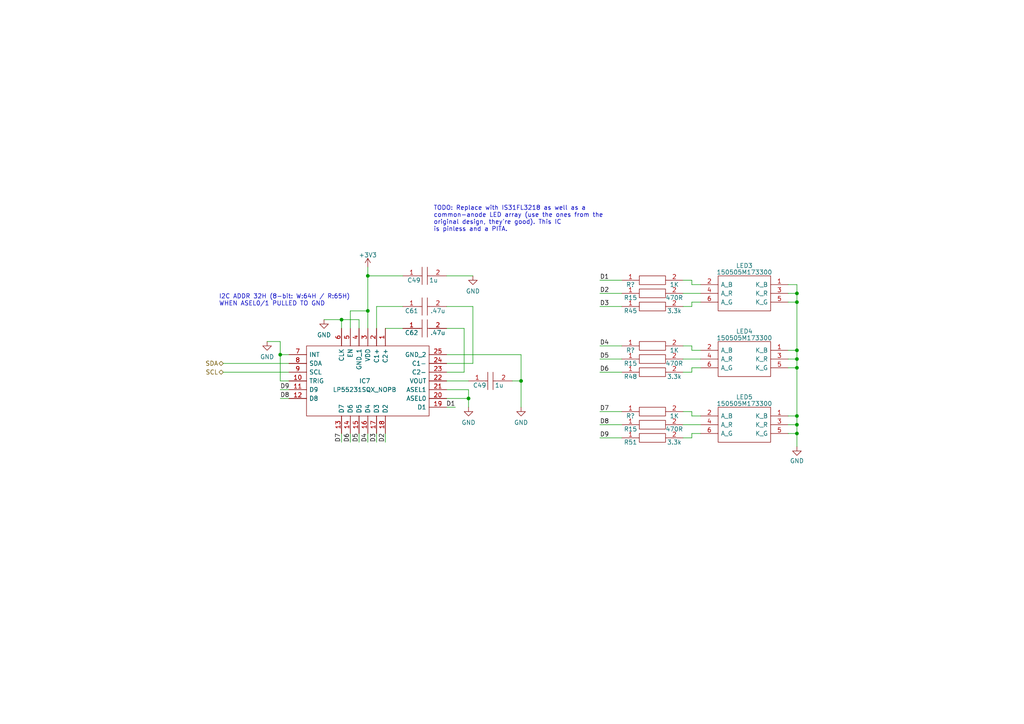
<source format=kicad_sch>
(kicad_sch (version 20230121) (generator eeschema)

  (uuid 58a64660-cce6-45a8-8aff-87ca4a7eb9d6)

  (paper "A4")

  (title_block
    (title "Oro Link")
    (date "2023-03-01")
    (rev "2")
    (company "Oro Operating System")
  )

  (lib_symbols
    (symbol "SamacSys_Parts:0603YD105KAT2A" (pin_names (offset 0.762)) (in_bom yes) (on_board yes)
      (property "Reference" "C" (at 8.89 6.35 0)
        (effects (font (size 1.27 1.27)) (justify left))
      )
      (property "Value" "0603YD105KAT2A" (at 8.89 3.81 0)
        (effects (font (size 1.27 1.27)) (justify left))
      )
      (property "Footprint" "CAPC1608X90N" (at 8.89 1.27 0)
        (effects (font (size 1.27 1.27)) (justify left) hide)
      )
      (property "Datasheet" "http://datasheets.avx.com/cx5r.pdf" (at 8.89 -1.27 0)
        (effects (font (size 1.27 1.27)) (justify left) hide)
      )
      (property "Description" "AVX 1uF  /-10% 16 V dc X5R Dielectric SMD Ceramic Multilayer Capacitor 0603" (at 8.89 -3.81 0)
        (effects (font (size 1.27 1.27)) (justify left) hide)
      )
      (property "Height" "0.9" (at 8.89 -6.35 0)
        (effects (font (size 1.27 1.27)) (justify left) hide)
      )
      (property "Manufacturer_Name" "AVX" (at 8.89 -8.89 0)
        (effects (font (size 1.27 1.27)) (justify left) hide)
      )
      (property "Manufacturer_Part_Number" "0603YD105KAT2A" (at 8.89 -11.43 0)
        (effects (font (size 1.27 1.27)) (justify left) hide)
      )
      (property "Mouser Part Number" "581-0603YD105K" (at 8.89 -13.97 0)
        (effects (font (size 1.27 1.27)) (justify left) hide)
      )
      (property "Mouser Price/Stock" "https://www.mouser.co.uk/ProductDetail/AVX/0603YD105KAT2A?qs=Gc704lYbI0yxwip%252B5td8dA%3D%3D" (at 8.89 -16.51 0)
        (effects (font (size 1.27 1.27)) (justify left) hide)
      )
      (property "Arrow Part Number" "0603YD105KAT2A" (at 8.89 -19.05 0)
        (effects (font (size 1.27 1.27)) (justify left) hide)
      )
      (property "Arrow Price/Stock" "https://www.arrow.com/en/products/0603yd105kat2a/avx" (at 8.89 -21.59 0)
        (effects (font (size 1.27 1.27)) (justify left) hide)
      )
      (property "ki_description" "AVX 1uF  /-10% 16 V dc X5R Dielectric SMD Ceramic Multilayer Capacitor 0603" (at 0 0 0)
        (effects (font (size 1.27 1.27)) hide)
      )
      (symbol "0603YD105KAT2A_0_0"
        (pin passive line (at 0 0 0) (length 5.08)
          (name "~" (effects (font (size 1.27 1.27))))
          (number "1" (effects (font (size 1.27 1.27))))
        )
        (pin passive line (at 12.7 0 180) (length 5.08)
          (name "~" (effects (font (size 1.27 1.27))))
          (number "2" (effects (font (size 1.27 1.27))))
        )
      )
      (symbol "0603YD105KAT2A_0_1"
        (polyline
          (pts
            (xy 5.08 0)
            (xy 5.588 0)
          )
          (stroke (width 0.1524) (type solid))
          (fill (type none))
        )
        (polyline
          (pts
            (xy 5.588 2.54)
            (xy 5.588 -2.54)
          )
          (stroke (width 0.1524) (type solid))
          (fill (type none))
        )
        (polyline
          (pts
            (xy 7.112 0)
            (xy 7.62 0)
          )
          (stroke (width 0.1524) (type solid))
          (fill (type none))
        )
        (polyline
          (pts
            (xy 7.112 2.54)
            (xy 7.112 -2.54)
          )
          (stroke (width 0.1524) (type solid))
          (fill (type none))
        )
      )
    )
    (symbol "SamacSys_Parts:150505M173300" (pin_names (offset 0.762)) (in_bom yes) (on_board yes)
      (property "Reference" "LED" (at 21.59 7.62 0)
        (effects (font (size 1.27 1.27)) (justify left))
      )
      (property "Value" "150505M173300" (at 21.59 5.08 0)
        (effects (font (size 1.27 1.27)) (justify left))
      )
      (property "Footprint" "150505M173300" (at 21.59 2.54 0)
        (effects (font (size 1.27 1.27)) (justify left) hide)
      )
      (property "Datasheet" "https://katalog.we-online.de/led/datasheet/150505M173300.pdf" (at 21.59 0 0)
        (effects (font (size 1.27 1.27)) (justify left) hide)
      )
      (property "Description" "2.4 V RGB LED 5050  SMD, Wurth Elektronik WL-SFTW 150505M173300" (at 21.59 -2.54 0)
        (effects (font (size 1.27 1.27)) (justify left) hide)
      )
      (property "Height" "1.8" (at 21.59 -5.08 0)
        (effects (font (size 1.27 1.27)) (justify left) hide)
      )
      (property "Manufacturer_Name" "Wurth Elektronik" (at 21.59 -7.62 0)
        (effects (font (size 1.27 1.27)) (justify left) hide)
      )
      (property "Manufacturer_Part_Number" "150505M173300" (at 21.59 -10.16 0)
        (effects (font (size 1.27 1.27)) (justify left) hide)
      )
      (property "Mouser Part Number" "710-150505M173300" (at 21.59 -12.7 0)
        (effects (font (size 1.27 1.27)) (justify left) hide)
      )
      (property "Mouser Price/Stock" "https://www.mouser.co.uk/ProductDetail/Wurth-Elektronik/150505M173300?qs=fAHHVMwC%252Bbi%2FURn4Qu0%2FAA%3D%3D" (at 21.59 -15.24 0)
        (effects (font (size 1.27 1.27)) (justify left) hide)
      )
      (property "Arrow Part Number" "" (at 21.59 -17.78 0)
        (effects (font (size 1.27 1.27)) (justify left) hide)
      )
      (property "Arrow Price/Stock" "" (at 21.59 -20.32 0)
        (effects (font (size 1.27 1.27)) (justify left) hide)
      )
      (property "ki_description" "2.4 V RGB LED 5050  SMD, Wurth Elektronik WL-SFTW 150505M173300" (at 0 0 0)
        (effects (font (size 1.27 1.27)) hide)
      )
      (symbol "150505M173300_0_0"
        (pin passive line (at 0 0 0) (length 5.08)
          (name "K_B" (effects (font (size 1.27 1.27))))
          (number "1" (effects (font (size 1.27 1.27))))
        )
        (pin passive line (at 25.4 0 180) (length 5.08)
          (name "A_B" (effects (font (size 1.27 1.27))))
          (number "2" (effects (font (size 1.27 1.27))))
        )
        (pin passive line (at 0 -2.54 0) (length 5.08)
          (name "K_R" (effects (font (size 1.27 1.27))))
          (number "3" (effects (font (size 1.27 1.27))))
        )
        (pin passive line (at 25.4 -2.54 180) (length 5.08)
          (name "A_R" (effects (font (size 1.27 1.27))))
          (number "4" (effects (font (size 1.27 1.27))))
        )
        (pin passive line (at 0 -5.08 0) (length 5.08)
          (name "K_G" (effects (font (size 1.27 1.27))))
          (number "5" (effects (font (size 1.27 1.27))))
        )
        (pin passive line (at 25.4 -5.08 180) (length 5.08)
          (name "A_G" (effects (font (size 1.27 1.27))))
          (number "6" (effects (font (size 1.27 1.27))))
        )
      )
      (symbol "150505M173300_0_1"
        (polyline
          (pts
            (xy 5.08 2.54)
            (xy 20.32 2.54)
            (xy 20.32 -7.62)
            (xy 5.08 -7.62)
            (xy 5.08 2.54)
          )
          (stroke (width 0.1524) (type solid))
          (fill (type none))
        )
      )
    )
    (symbol "SamacSys_Parts:AC0805FR-07470RL" (pin_names (offset 0.762)) (in_bom yes) (on_board yes)
      (property "Reference" "R" (at 13.97 6.35 0)
        (effects (font (size 1.27 1.27)) (justify left))
      )
      (property "Value" "AC0805FR-07470RL" (at 13.97 3.81 0)
        (effects (font (size 1.27 1.27)) (justify left))
      )
      (property "Footprint" "RESC2012X60N" (at 13.97 1.27 0)
        (effects (font (size 1.27 1.27)) (justify left) hide)
      )
      (property "Datasheet" "https://4donline.ihs.com/images/VipMasterIC/IC/YAGO/YAGO-S-A0012183261/YAGO-S-A0012183261-1.pdf?hkey=EF798316E3902B6ED9A73243A3159BB0" (at 13.97 -1.27 0)
        (effects (font (size 1.27 1.27)) (justify left) hide)
      )
      (property "Description" "470 Ohms +/-1% 0.125W, 1/8W Chip Resistor 0805 (2012 Metric) Automotive AEC-Q200, Moisture Resistant Thick Film" (at 13.97 -3.81 0)
        (effects (font (size 1.27 1.27)) (justify left) hide)
      )
      (property "Height" "0.6" (at 13.97 -6.35 0)
        (effects (font (size 1.27 1.27)) (justify left) hide)
      )
      (property "Manufacturer_Name" "YAGEO" (at 13.97 -8.89 0)
        (effects (font (size 1.27 1.27)) (justify left) hide)
      )
      (property "Manufacturer_Part_Number" "AC0805FR-07470RL" (at 13.97 -11.43 0)
        (effects (font (size 1.27 1.27)) (justify left) hide)
      )
      (property "Mouser Part Number" "" (at 13.97 -13.97 0)
        (effects (font (size 1.27 1.27)) (justify left) hide)
      )
      (property "Mouser Price/Stock" "" (at 13.97 -16.51 0)
        (effects (font (size 1.27 1.27)) (justify left) hide)
      )
      (property "Arrow Part Number" "" (at 13.97 -19.05 0)
        (effects (font (size 1.27 1.27)) (justify left) hide)
      )
      (property "Arrow Price/Stock" "" (at 13.97 -21.59 0)
        (effects (font (size 1.27 1.27)) (justify left) hide)
      )
      (property "ki_description" "470 Ohms +/-1% 0.125W, 1/8W Chip Resistor 0805 (2012 Metric) Automotive AEC-Q200, Moisture Resistant Thick Film" (at 0 0 0)
        (effects (font (size 1.27 1.27)) hide)
      )
      (symbol "AC0805FR-07470RL_0_0"
        (pin passive line (at 0 0 0) (length 5.08)
          (name "~" (effects (font (size 1.27 1.27))))
          (number "1" (effects (font (size 1.27 1.27))))
        )
        (pin passive line (at 17.78 0 180) (length 5.08)
          (name "~" (effects (font (size 1.27 1.27))))
          (number "2" (effects (font (size 1.27 1.27))))
        )
      )
      (symbol "AC0805FR-07470RL_0_1"
        (polyline
          (pts
            (xy 5.08 1.27)
            (xy 12.7 1.27)
            (xy 12.7 -1.27)
            (xy 5.08 -1.27)
            (xy 5.08 1.27)
          )
          (stroke (width 0.1524) (type solid))
          (fill (type none))
        )
      )
    )
    (symbol "SamacSys_Parts:LMK063BC6474KPLF" (pin_names (offset 0.762)) (in_bom yes) (on_board yes)
      (property "Reference" "C" (at 8.89 6.35 0)
        (effects (font (size 1.27 1.27)) (justify left))
      )
      (property "Value" "LMK063BC6474KPLF" (at 8.89 3.81 0)
        (effects (font (size 1.27 1.27)) (justify left))
      )
      (property "Footprint" "CAPC0603X33N" (at 8.89 1.27 0)
        (effects (font (size 1.27 1.27)) (justify left) hide)
      )
      (property "Datasheet" "https://ds.yuden.co.jp/TYCOMPAS/ut/detail?pn=LMK063BC6474KPLF&u=M" (at 8.89 -1.27 0)
        (effects (font (size 1.27 1.27)) (justify left) hide)
      )
      (property "Description" "Multilayer Ceramic Capacitors MLCC - SMD/SMT 0201 10VDC 0.47uF 10% X6S" (at 8.89 -3.81 0)
        (effects (font (size 1.27 1.27)) (justify left) hide)
      )
      (property "Height" "0.33" (at 8.89 -6.35 0)
        (effects (font (size 1.27 1.27)) (justify left) hide)
      )
      (property "Manufacturer_Name" "TAIYO YUDEN" (at 8.89 -8.89 0)
        (effects (font (size 1.27 1.27)) (justify left) hide)
      )
      (property "Manufacturer_Part_Number" "LMK063BC6474KPLF" (at 8.89 -11.43 0)
        (effects (font (size 1.27 1.27)) (justify left) hide)
      )
      (property "Mouser Part Number" "963-LMK063BC6474KPLF" (at 8.89 -13.97 0)
        (effects (font (size 1.27 1.27)) (justify left) hide)
      )
      (property "Mouser Price/Stock" "https://www.mouser.co.uk/ProductDetail/Taiyo-Yuden/LMK063BC6474KPLF?qs=3HJ2avRr9PKb%252B2yGqDBjTQ%3D%3D" (at 8.89 -16.51 0)
        (effects (font (size 1.27 1.27)) (justify left) hide)
      )
      (property "Arrow Part Number" "" (at 8.89 -19.05 0)
        (effects (font (size 1.27 1.27)) (justify left) hide)
      )
      (property "Arrow Price/Stock" "" (at 8.89 -21.59 0)
        (effects (font (size 1.27 1.27)) (justify left) hide)
      )
      (property "Mouser Testing Part Number" "" (at 8.89 -24.13 0)
        (effects (font (size 1.27 1.27)) (justify left) hide)
      )
      (property "Mouser Testing Price/Stock" "" (at 8.89 -26.67 0)
        (effects (font (size 1.27 1.27)) (justify left) hide)
      )
      (property "ki_description" "Multilayer Ceramic Capacitors MLCC - SMD/SMT 0201 10VDC 0.47uF 10% X6S" (at 0 0 0)
        (effects (font (size 1.27 1.27)) hide)
      )
      (symbol "LMK063BC6474KPLF_0_0"
        (pin passive line (at 0 0 0) (length 5.08)
          (name "~" (effects (font (size 1.27 1.27))))
          (number "1" (effects (font (size 1.27 1.27))))
        )
        (pin passive line (at 12.7 0 180) (length 5.08)
          (name "~" (effects (font (size 1.27 1.27))))
          (number "2" (effects (font (size 1.27 1.27))))
        )
      )
      (symbol "LMK063BC6474KPLF_0_1"
        (polyline
          (pts
            (xy 5.08 0)
            (xy 5.588 0)
          )
          (stroke (width 0.1524) (type solid))
          (fill (type none))
        )
        (polyline
          (pts
            (xy 5.588 2.54)
            (xy 5.588 -2.54)
          )
          (stroke (width 0.1524) (type solid))
          (fill (type none))
        )
        (polyline
          (pts
            (xy 7.112 0)
            (xy 7.62 0)
          )
          (stroke (width 0.1524) (type solid))
          (fill (type none))
        )
        (polyline
          (pts
            (xy 7.112 2.54)
            (xy 7.112 -2.54)
          )
          (stroke (width 0.1524) (type solid))
          (fill (type none))
        )
      )
    )
    (symbol "SamacSys_Parts:LP55231SQX_NOPB" (pin_names (offset 0.762)) (in_bom yes) (on_board yes)
      (property "Reference" "IC" (at 26.67 17.78 0)
        (effects (font (size 1.27 1.27)) (justify left))
      )
      (property "Value" "LP55231SQX_NOPB" (at 26.67 15.24 0)
        (effects (font (size 1.27 1.27)) (justify left))
      )
      (property "Footprint" "QFN50P400X400X80-25N" (at 26.67 12.7 0)
        (effects (font (size 1.27 1.27)) (justify left) hide)
      )
      (property "Datasheet" "http://www.ti.com/lit/gpn/lp55231" (at 26.67 10.16 0)
        (effects (font (size 1.27 1.27)) (justify left) hide)
      )
      (property "Description" "9 Channel RGB / White LED Driver with Internal Program Memory and Integrated Charge Pump - WQFN" (at 26.67 7.62 0)
        (effects (font (size 1.27 1.27)) (justify left) hide)
      )
      (property "Height" "0.8" (at 26.67 5.08 0)
        (effects (font (size 1.27 1.27)) (justify left) hide)
      )
      (property "Manufacturer_Name" "Texas Instruments" (at 26.67 2.54 0)
        (effects (font (size 1.27 1.27)) (justify left) hide)
      )
      (property "Manufacturer_Part_Number" "LP55231SQX/NOPB" (at 26.67 0 0)
        (effects (font (size 1.27 1.27)) (justify left) hide)
      )
      (property "Mouser Part Number" "595-LP55231SQX/NOPB" (at 26.67 -2.54 0)
        (effects (font (size 1.27 1.27)) (justify left) hide)
      )
      (property "Mouser Price/Stock" "https://www.mouser.co.uk/ProductDetail/Texas-Instruments/LP55231SQX-NOPB/?qs=HF2YfZwisE8IcIRPR19gTw%3D%3D" (at 26.67 -5.08 0)
        (effects (font (size 1.27 1.27)) (justify left) hide)
      )
      (property "Arrow Part Number" "LP55231SQX/NOPB" (at 26.67 -7.62 0)
        (effects (font (size 1.27 1.27)) (justify left) hide)
      )
      (property "Arrow Price/Stock" "https://www.arrow.com/en/products/lp55231sqxnopb/texas-instruments" (at 26.67 -10.16 0)
        (effects (font (size 1.27 1.27)) (justify left) hide)
      )
      (property "Mouser Testing Part Number" "" (at 26.67 -12.7 0)
        (effects (font (size 1.27 1.27)) (justify left) hide)
      )
      (property "Mouser Testing Price/Stock" "" (at 26.67 -15.24 0)
        (effects (font (size 1.27 1.27)) (justify left) hide)
      )
      (property "ki_description" "9 Channel RGB / White LED Driver with Internal Program Memory and Integrated Charge Pump - WQFN" (at 0 0 0)
        (effects (font (size 1.27 1.27)) hide)
      )
      (symbol "LP55231SQX_NOPB_0_0"
        (pin passive line (at 0 0 0) (length 5.08)
          (name "C2+" (effects (font (size 1.27 1.27))))
          (number "1" (effects (font (size 1.27 1.27))))
        )
        (pin passive line (at 15.24 -27.94 90) (length 5.08)
          (name "TRIG" (effects (font (size 1.27 1.27))))
          (number "10" (effects (font (size 1.27 1.27))))
        )
        (pin passive line (at 17.78 -27.94 90) (length 5.08)
          (name "D9" (effects (font (size 1.27 1.27))))
          (number "11" (effects (font (size 1.27 1.27))))
        )
        (pin passive line (at 20.32 -27.94 90) (length 5.08)
          (name "D8" (effects (font (size 1.27 1.27))))
          (number "12" (effects (font (size 1.27 1.27))))
        )
        (pin passive line (at 30.48 -12.7 180) (length 5.08)
          (name "D7" (effects (font (size 1.27 1.27))))
          (number "13" (effects (font (size 1.27 1.27))))
        )
        (pin passive line (at 30.48 -10.16 180) (length 5.08)
          (name "D6" (effects (font (size 1.27 1.27))))
          (number "14" (effects (font (size 1.27 1.27))))
        )
        (pin passive line (at 30.48 -7.62 180) (length 5.08)
          (name "D5" (effects (font (size 1.27 1.27))))
          (number "15" (effects (font (size 1.27 1.27))))
        )
        (pin passive line (at 30.48 -5.08 180) (length 5.08)
          (name "D4" (effects (font (size 1.27 1.27))))
          (number "16" (effects (font (size 1.27 1.27))))
        )
        (pin passive line (at 30.48 -2.54 180) (length 5.08)
          (name "D3" (effects (font (size 1.27 1.27))))
          (number "17" (effects (font (size 1.27 1.27))))
        )
        (pin passive line (at 30.48 0 180) (length 5.08)
          (name "D2" (effects (font (size 1.27 1.27))))
          (number "18" (effects (font (size 1.27 1.27))))
        )
        (pin passive line (at 22.86 17.78 270) (length 5.08)
          (name "D1" (effects (font (size 1.27 1.27))))
          (number "19" (effects (font (size 1.27 1.27))))
        )
        (pin passive line (at 0 -2.54 0) (length 5.08)
          (name "C1+" (effects (font (size 1.27 1.27))))
          (number "2" (effects (font (size 1.27 1.27))))
        )
        (pin passive line (at 20.32 17.78 270) (length 5.08)
          (name "ASEL0" (effects (font (size 1.27 1.27))))
          (number "20" (effects (font (size 1.27 1.27))))
        )
        (pin passive line (at 17.78 17.78 270) (length 5.08)
          (name "ASEL1" (effects (font (size 1.27 1.27))))
          (number "21" (effects (font (size 1.27 1.27))))
        )
        (pin passive line (at 15.24 17.78 270) (length 5.08)
          (name "VOUT" (effects (font (size 1.27 1.27))))
          (number "22" (effects (font (size 1.27 1.27))))
        )
        (pin passive line (at 12.7 17.78 270) (length 5.08)
          (name "C2-" (effects (font (size 1.27 1.27))))
          (number "23" (effects (font (size 1.27 1.27))))
        )
        (pin passive line (at 10.16 17.78 270) (length 5.08)
          (name "C1-" (effects (font (size 1.27 1.27))))
          (number "24" (effects (font (size 1.27 1.27))))
        )
        (pin passive line (at 7.62 17.78 270) (length 5.08)
          (name "GND_2" (effects (font (size 1.27 1.27))))
          (number "25" (effects (font (size 1.27 1.27))))
        )
        (pin passive line (at 0 -5.08 0) (length 5.08)
          (name "VDD" (effects (font (size 1.27 1.27))))
          (number "3" (effects (font (size 1.27 1.27))))
        )
        (pin passive line (at 0 -7.62 0) (length 5.08)
          (name "GND_1" (effects (font (size 1.27 1.27))))
          (number "4" (effects (font (size 1.27 1.27))))
        )
        (pin passive line (at 0 -10.16 0) (length 5.08)
          (name "EN" (effects (font (size 1.27 1.27))))
          (number "5" (effects (font (size 1.27 1.27))))
        )
        (pin passive line (at 0 -12.7 0) (length 5.08)
          (name "CLK" (effects (font (size 1.27 1.27))))
          (number "6" (effects (font (size 1.27 1.27))))
        )
        (pin passive line (at 7.62 -27.94 90) (length 5.08)
          (name "INT" (effects (font (size 1.27 1.27))))
          (number "7" (effects (font (size 1.27 1.27))))
        )
        (pin passive line (at 10.16 -27.94 90) (length 5.08)
          (name "SDA" (effects (font (size 1.27 1.27))))
          (number "8" (effects (font (size 1.27 1.27))))
        )
        (pin passive line (at 12.7 -27.94 90) (length 5.08)
          (name "SCL" (effects (font (size 1.27 1.27))))
          (number "9" (effects (font (size 1.27 1.27))))
        )
      )
      (symbol "LP55231SQX_NOPB_0_1"
        (polyline
          (pts
            (xy 5.08 12.7)
            (xy 25.4 12.7)
            (xy 25.4 -22.86)
            (xy 5.08 -22.86)
            (xy 5.08 12.7)
          )
          (stroke (width 0.1524) (type default))
          (fill (type none))
        )
      )
    )
    (symbol "SamacSys_Parts:RC0603JR-133K3L" (pin_names (offset 0.762)) (in_bom yes) (on_board yes)
      (property "Reference" "R" (at 13.97 6.35 0)
        (effects (font (size 1.27 1.27)) (justify left))
      )
      (property "Value" "RC0603JR-133K3L" (at 13.97 3.81 0)
        (effects (font (size 1.27 1.27)) (justify left))
      )
      (property "Footprint" "RESC1608X55N" (at 13.97 1.27 0)
        (effects (font (size 1.27 1.27)) (justify left) hide)
      )
      (property "Datasheet" "" (at 13.97 -1.27 0)
        (effects (font (size 1.27 1.27)) (justify left) hide)
      )
      (property "Description" "Thick Film Resistors - SMD 3.3K OHM 5%" (at 13.97 -3.81 0)
        (effects (font (size 1.27 1.27)) (justify left) hide)
      )
      (property "Height" "0.55" (at 13.97 -6.35 0)
        (effects (font (size 1.27 1.27)) (justify left) hide)
      )
      (property "Manufacturer_Name" "KEMET" (at 13.97 -8.89 0)
        (effects (font (size 1.27 1.27)) (justify left) hide)
      )
      (property "Manufacturer_Part_Number" "RC0603JR-133K3L" (at 13.97 -11.43 0)
        (effects (font (size 1.27 1.27)) (justify left) hide)
      )
      (property "Mouser Part Number" "603-RC0603JR-133K3L" (at 13.97 -13.97 0)
        (effects (font (size 1.27 1.27)) (justify left) hide)
      )
      (property "Mouser Price/Stock" "https://www.mouser.co.uk/ProductDetail/Yageo/RC0603JR-133K3L?qs=fRxXYNj8ftGLt5CkiYcPWw%3D%3D" (at 13.97 -16.51 0)
        (effects (font (size 1.27 1.27)) (justify left) hide)
      )
      (property "Arrow Part Number" "" (at 13.97 -19.05 0)
        (effects (font (size 1.27 1.27)) (justify left) hide)
      )
      (property "Arrow Price/Stock" "" (at 13.97 -21.59 0)
        (effects (font (size 1.27 1.27)) (justify left) hide)
      )
      (property "ki_description" "Thick Film Resistors - SMD 3.3K OHM 5%" (at 0 0 0)
        (effects (font (size 1.27 1.27)) hide)
      )
      (symbol "RC0603JR-133K3L_0_0"
        (pin passive line (at 0 0 0) (length 5.08)
          (name "~" (effects (font (size 1.27 1.27))))
          (number "1" (effects (font (size 1.27 1.27))))
        )
        (pin passive line (at 17.78 0 180) (length 5.08)
          (name "~" (effects (font (size 1.27 1.27))))
          (number "2" (effects (font (size 1.27 1.27))))
        )
      )
      (symbol "RC0603JR-133K3L_0_1"
        (polyline
          (pts
            (xy 5.08 1.27)
            (xy 12.7 1.27)
            (xy 12.7 -1.27)
            (xy 5.08 -1.27)
            (xy 5.08 1.27)
          )
          (stroke (width 0.1524) (type solid))
          (fill (type none))
        )
      )
    )
    (symbol "SamacSys_Parts:SG73P2ATTD102J" (pin_names (offset 0.762)) (in_bom yes) (on_board yes)
      (property "Reference" "R" (at 13.97 6.35 0)
        (effects (font (size 1.27 1.27)) (justify left))
      )
      (property "Value" "SG73P2ATTD102J" (at 13.97 3.81 0)
        (effects (font (size 1.27 1.27)) (justify left))
      )
      (property "Footprint" "RESC2012X60N" (at 13.97 1.27 0)
        (effects (font (size 1.27 1.27)) (justify left) hide)
      )
      (property "Datasheet" "https://componentsearchengine.com/Datasheets/1/SG73P2ATTD102J.pdf" (at 13.97 -1.27 0)
        (effects (font (size 1.27 1.27)) (justify left) hide)
      )
      (property "Description" "Thick Film Resistors - SMD 0.25W 1Kohm 5% 200ppm Anti-Pulse" (at 13.97 -3.81 0)
        (effects (font (size 1.27 1.27)) (justify left) hide)
      )
      (property "Height" "0.6" (at 13.97 -6.35 0)
        (effects (font (size 1.27 1.27)) (justify left) hide)
      )
      (property "Manufacturer_Name" "KOA Speer" (at 13.97 -8.89 0)
        (effects (font (size 1.27 1.27)) (justify left) hide)
      )
      (property "Manufacturer_Part_Number" "SG73P2ATTD102J" (at 13.97 -11.43 0)
        (effects (font (size 1.27 1.27)) (justify left) hide)
      )
      (property "Mouser Part Number" "660-SG73P2ATTD102J" (at 13.97 -13.97 0)
        (effects (font (size 1.27 1.27)) (justify left) hide)
      )
      (property "Mouser Price/Stock" "https://www.mouser.com/Search/Refine.aspx?Keyword=660-SG73P2ATTD102J" (at 13.97 -16.51 0)
        (effects (font (size 1.27 1.27)) (justify left) hide)
      )
      (property "Arrow Part Number" "" (at 13.97 -19.05 0)
        (effects (font (size 1.27 1.27)) (justify left) hide)
      )
      (property "Arrow Price/Stock" "" (at 13.97 -21.59 0)
        (effects (font (size 1.27 1.27)) (justify left) hide)
      )
      (property "Mouser Testing Part Number" "" (at 13.97 -24.13 0)
        (effects (font (size 1.27 1.27)) (justify left) hide)
      )
      (property "Mouser Testing Price/Stock" "" (at 13.97 -26.67 0)
        (effects (font (size 1.27 1.27)) (justify left) hide)
      )
      (property "ki_description" "Thick Film Resistors - SMD 0.25W 1Kohm 5% 200ppm Anti-Pulse" (at 0 0 0)
        (effects (font (size 1.27 1.27)) hide)
      )
      (symbol "SG73P2ATTD102J_0_0"
        (pin passive line (at 0 0 0) (length 5.08)
          (name "~" (effects (font (size 1.27 1.27))))
          (number "1" (effects (font (size 1.27 1.27))))
        )
        (pin passive line (at 17.78 0 180) (length 5.08)
          (name "~" (effects (font (size 1.27 1.27))))
          (number "2" (effects (font (size 1.27 1.27))))
        )
      )
      (symbol "SG73P2ATTD102J_0_1"
        (polyline
          (pts
            (xy 5.08 1.27)
            (xy 12.7 1.27)
            (xy 12.7 -1.27)
            (xy 5.08 -1.27)
            (xy 5.08 1.27)
          )
          (stroke (width 0.1524) (type default))
          (fill (type none))
        )
      )
    )
    (symbol "power:+3V3" (power) (pin_names (offset 0)) (in_bom yes) (on_board yes)
      (property "Reference" "#PWR" (at 0 -3.81 0)
        (effects (font (size 1.27 1.27)) hide)
      )
      (property "Value" "+3V3" (at 0 3.556 0)
        (effects (font (size 1.27 1.27)))
      )
      (property "Footprint" "" (at 0 0 0)
        (effects (font (size 1.27 1.27)) hide)
      )
      (property "Datasheet" "" (at 0 0 0)
        (effects (font (size 1.27 1.27)) hide)
      )
      (property "ki_keywords" "global power" (at 0 0 0)
        (effects (font (size 1.27 1.27)) hide)
      )
      (property "ki_description" "Power symbol creates a global label with name \"+3V3\"" (at 0 0 0)
        (effects (font (size 1.27 1.27)) hide)
      )
      (symbol "+3V3_0_1"
        (polyline
          (pts
            (xy -0.762 1.27)
            (xy 0 2.54)
          )
          (stroke (width 0) (type default))
          (fill (type none))
        )
        (polyline
          (pts
            (xy 0 0)
            (xy 0 2.54)
          )
          (stroke (width 0) (type default))
          (fill (type none))
        )
        (polyline
          (pts
            (xy 0 2.54)
            (xy 0.762 1.27)
          )
          (stroke (width 0) (type default))
          (fill (type none))
        )
      )
      (symbol "+3V3_1_1"
        (pin power_in line (at 0 0 90) (length 0) hide
          (name "+3V3" (effects (font (size 1.27 1.27))))
          (number "1" (effects (font (size 1.27 1.27))))
        )
      )
    )
    (symbol "power:GND" (power) (pin_names (offset 0)) (in_bom yes) (on_board yes)
      (property "Reference" "#PWR" (at 0 -6.35 0)
        (effects (font (size 1.27 1.27)) hide)
      )
      (property "Value" "GND" (at 0 -3.81 0)
        (effects (font (size 1.27 1.27)))
      )
      (property "Footprint" "" (at 0 0 0)
        (effects (font (size 1.27 1.27)) hide)
      )
      (property "Datasheet" "" (at 0 0 0)
        (effects (font (size 1.27 1.27)) hide)
      )
      (property "ki_keywords" "global power" (at 0 0 0)
        (effects (font (size 1.27 1.27)) hide)
      )
      (property "ki_description" "Power symbol creates a global label with name \"GND\" , ground" (at 0 0 0)
        (effects (font (size 1.27 1.27)) hide)
      )
      (symbol "GND_0_1"
        (polyline
          (pts
            (xy 0 0)
            (xy 0 -1.27)
            (xy 1.27 -1.27)
            (xy 0 -2.54)
            (xy -1.27 -1.27)
            (xy 0 -1.27)
          )
          (stroke (width 0) (type default))
          (fill (type none))
        )
      )
      (symbol "GND_1_1"
        (pin power_in line (at 0 0 270) (length 0) hide
          (name "GND" (effects (font (size 1.27 1.27))))
          (number "1" (effects (font (size 1.27 1.27))))
        )
      )
    )
  )

  (junction (at 231.14 106.68) (diameter 0) (color 0 0 0 0)
    (uuid 096d0cda-ee57-4a5e-8231-43441ed16ab8)
  )
  (junction (at 231.14 120.65) (diameter 0) (color 0 0 0 0)
    (uuid 13da2996-ecf2-4fac-8e1b-3fe2a8e5986b)
  )
  (junction (at 231.14 125.73) (diameter 0) (color 0 0 0 0)
    (uuid 42927a7e-8499-480c-bca2-134fa74d5638)
  )
  (junction (at 135.89 115.57) (diameter 0) (color 0 0 0 0)
    (uuid 46686a09-a383-4314-b126-0566e815eadb)
  )
  (junction (at 106.68 80.01) (diameter 0) (color 0 0 0 0)
    (uuid 548ef2a2-3b73-418f-9139-df15d0611e0d)
  )
  (junction (at 106.68 90.17) (diameter 0) (color 0 0 0 0)
    (uuid 7e05415c-49bd-4fb2-9b58-78440fb721e4)
  )
  (junction (at 231.14 85.09) (diameter 0) (color 0 0 0 0)
    (uuid 82f840e6-3a25-493e-b6cb-8860b19790c3)
  )
  (junction (at 81.28 102.87) (diameter 0) (color 0 0 0 0)
    (uuid 858687ea-ac49-4246-9a4d-2e000d0ac92a)
  )
  (junction (at 231.14 123.19) (diameter 0) (color 0 0 0 0)
    (uuid 8b9b42c2-cdc9-44c9-8fb0-a31bf9256df0)
  )
  (junction (at 231.14 87.63) (diameter 0) (color 0 0 0 0)
    (uuid a9081ce0-df40-4739-99d0-7e72f911a3fc)
  )
  (junction (at 231.14 101.6) (diameter 0) (color 0 0 0 0)
    (uuid ac73d896-9921-4c58-9b99-c4fe07cf4c3b)
  )
  (junction (at 99.06 92.71) (diameter 0) (color 0 0 0 0)
    (uuid ac979742-da0d-41db-9ec6-55e283f2ba66)
  )
  (junction (at 151.13 110.49) (diameter 0) (color 0 0 0 0)
    (uuid b9d5bfa9-7bf5-4d5f-b7de-3a6b063164ec)
  )
  (junction (at 231.14 104.14) (diameter 0) (color 0 0 0 0)
    (uuid eece91c5-54b0-4cd0-917a-eb623d6b7285)
  )

  (wire (pts (xy 198.12 104.14) (xy 203.2 104.14))
    (stroke (width 0) (type default))
    (uuid 02ce8dfa-32ec-478d-aabf-ba8ae367affe)
  )
  (wire (pts (xy 173.99 119.38) (xy 180.34 119.38))
    (stroke (width 0) (type default))
    (uuid 04813dbd-9806-4ddd-a3a4-87aa39ea0c9f)
  )
  (wire (pts (xy 77.47 99.06) (xy 81.28 99.06))
    (stroke (width 0) (type default))
    (uuid 04feeaf0-55da-4d96-92c7-8c1c23171dbf)
  )
  (wire (pts (xy 228.6 104.14) (xy 231.14 104.14))
    (stroke (width 0) (type default))
    (uuid 071d8f42-193c-4b02-8b58-1e7e2ba97d5a)
  )
  (wire (pts (xy 231.14 82.55) (xy 231.14 85.09))
    (stroke (width 0) (type default))
    (uuid 08083482-047d-4c4a-8eeb-96ed0ed77894)
  )
  (wire (pts (xy 228.6 82.55) (xy 231.14 82.55))
    (stroke (width 0) (type default))
    (uuid 0902e319-9b36-4920-8194-61e9688212fe)
  )
  (wire (pts (xy 198.12 119.38) (xy 200.66 119.38))
    (stroke (width 0) (type default))
    (uuid 096ffdb9-ebe2-45da-85f5-d6736c4faf07)
  )
  (wire (pts (xy 231.14 106.68) (xy 228.6 106.68))
    (stroke (width 0) (type default))
    (uuid 0c1f1892-802a-4ee4-9a97-47a7c936639e)
  )
  (wire (pts (xy 231.14 123.19) (xy 231.14 125.73))
    (stroke (width 0) (type default))
    (uuid 0ddf544b-af5c-4850-b312-9b331b10bf03)
  )
  (wire (pts (xy 106.68 77.47) (xy 106.68 80.01))
    (stroke (width 0) (type default))
    (uuid 0e1414b8-6050-46fc-9a8e-96c3e36faec2)
  )
  (wire (pts (xy 148.59 110.49) (xy 151.13 110.49))
    (stroke (width 0) (type default))
    (uuid 11e03437-c32d-4b27-b792-7af1a99e8f09)
  )
  (wire (pts (xy 198.12 107.95) (xy 200.66 107.95))
    (stroke (width 0) (type default))
    (uuid 1353a9f2-e23e-49dc-92b5-23b088bd8046)
  )
  (wire (pts (xy 64.77 107.95) (xy 83.82 107.95))
    (stroke (width 0) (type default))
    (uuid 19a4908c-3e57-4082-b759-96bcd924508e)
  )
  (wire (pts (xy 173.99 127) (xy 180.34 127))
    (stroke (width 0) (type default))
    (uuid 1b62e45e-be7b-464a-9f08-0a18d05cdb84)
  )
  (wire (pts (xy 173.99 104.14) (xy 180.34 104.14))
    (stroke (width 0) (type default))
    (uuid 1cf9b8fd-fc3b-4215-8405-07a9aaab3240)
  )
  (wire (pts (xy 173.99 123.19) (xy 180.34 123.19))
    (stroke (width 0) (type default))
    (uuid 1fc498a4-f3ce-4b64-8316-3bee0ec74452)
  )
  (wire (pts (xy 129.54 88.9) (xy 137.16 88.9))
    (stroke (width 0) (type default))
    (uuid 2289d1e0-456b-41c4-abee-0db3dbd74fa1)
  )
  (wire (pts (xy 173.99 85.09) (xy 180.34 85.09))
    (stroke (width 0) (type default))
    (uuid 285075a5-6a7c-489e-b1c5-b45053ec8ec3)
  )
  (wire (pts (xy 228.6 87.63) (xy 231.14 87.63))
    (stroke (width 0) (type default))
    (uuid 2caa1671-c949-4695-b983-54354a0fdedd)
  )
  (wire (pts (xy 231.14 85.09) (xy 231.14 87.63))
    (stroke (width 0) (type default))
    (uuid 2d15ad03-9445-4cd1-9eae-c12094f2f3fc)
  )
  (wire (pts (xy 231.14 125.73) (xy 231.14 129.54))
    (stroke (width 0) (type default))
    (uuid 2ff4e02e-da8c-4a68-aed7-19ada4c1d35e)
  )
  (wire (pts (xy 104.14 92.71) (xy 104.14 95.25))
    (stroke (width 0) (type default))
    (uuid 315b05cd-f761-4f1a-aa10-4b0229c50623)
  )
  (wire (pts (xy 231.14 101.6) (xy 231.14 104.14))
    (stroke (width 0) (type default))
    (uuid 32f71c4b-062e-4309-b701-9816637064e7)
  )
  (wire (pts (xy 151.13 102.87) (xy 151.13 110.49))
    (stroke (width 0) (type default))
    (uuid 373e05f0-1f0f-40f2-abc1-a8cc844344cd)
  )
  (wire (pts (xy 129.54 113.03) (xy 135.89 113.03))
    (stroke (width 0) (type default))
    (uuid 385bebba-ce28-49fb-ad3b-208ba6a32dc9)
  )
  (wire (pts (xy 109.22 88.9) (xy 116.84 88.9))
    (stroke (width 0) (type default))
    (uuid 3c61d767-0c4c-4922-834e-d84454195182)
  )
  (wire (pts (xy 109.22 95.25) (xy 109.22 88.9))
    (stroke (width 0) (type default))
    (uuid 40450168-85b4-41eb-a2fa-64bf60478fd0)
  )
  (wire (pts (xy 198.12 100.33) (xy 200.66 100.33))
    (stroke (width 0) (type default))
    (uuid 49bbb5d9-4868-4314-8eb5-e2586ca24bce)
  )
  (wire (pts (xy 173.99 81.28) (xy 180.34 81.28))
    (stroke (width 0) (type default))
    (uuid 49f3bc46-4860-4920-b747-6e9966aebbcb)
  )
  (wire (pts (xy 200.66 127) (xy 200.66 125.73))
    (stroke (width 0) (type default))
    (uuid 4e46b72d-95cb-4ad8-bcf7-6960db64d271)
  )
  (wire (pts (xy 231.14 104.14) (xy 231.14 106.68))
    (stroke (width 0) (type default))
    (uuid 4e9d2b07-65a4-4634-ab2b-b974578478a0)
  )
  (wire (pts (xy 101.6 90.17) (xy 106.68 90.17))
    (stroke (width 0) (type default))
    (uuid 506079e8-857c-4094-b9a4-1f3085ebba79)
  )
  (wire (pts (xy 106.68 90.17) (xy 106.68 95.25))
    (stroke (width 0) (type default))
    (uuid 50fccafb-4fe3-49e2-b4bd-808c31efd282)
  )
  (wire (pts (xy 200.66 101.6) (xy 203.2 101.6))
    (stroke (width 0) (type default))
    (uuid 52e52d23-4d2c-402d-bf79-6caae0d76605)
  )
  (wire (pts (xy 106.68 128.27) (xy 106.68 125.73))
    (stroke (width 0) (type default))
    (uuid 56968d53-13c7-4a05-a7a0-df200bf09a78)
  )
  (wire (pts (xy 200.66 81.28) (xy 200.66 82.55))
    (stroke (width 0) (type default))
    (uuid 56c99560-cfa1-4651-a7f1-4e2c6697ff07)
  )
  (wire (pts (xy 228.6 123.19) (xy 231.14 123.19))
    (stroke (width 0) (type default))
    (uuid 56ca0f80-ce1e-43f8-bc5d-91468b76a2d0)
  )
  (wire (pts (xy 111.76 128.27) (xy 111.76 125.73))
    (stroke (width 0) (type default))
    (uuid 57268605-9bbd-42aa-9831-bbd1a6a45085)
  )
  (wire (pts (xy 231.14 120.65) (xy 231.14 123.19))
    (stroke (width 0) (type default))
    (uuid 59ffd230-70bb-49cb-8886-bc8bf5ef4c5e)
  )
  (wire (pts (xy 111.76 95.25) (xy 116.84 95.25))
    (stroke (width 0) (type default))
    (uuid 5d41eb3b-8143-40b8-b44e-e91151215b6b)
  )
  (wire (pts (xy 200.66 106.68) (xy 203.2 106.68))
    (stroke (width 0) (type default))
    (uuid 5fb0c5fe-bc2e-4545-b007-c7978a11c90a)
  )
  (wire (pts (xy 104.14 128.27) (xy 104.14 125.73))
    (stroke (width 0) (type default))
    (uuid 611794a9-5e4d-463b-8440-29bc153ec211)
  )
  (wire (pts (xy 231.14 85.09) (xy 228.6 85.09))
    (stroke (width 0) (type default))
    (uuid 68fafc8b-573d-4923-b463-1d77ce4eeca6)
  )
  (wire (pts (xy 200.66 120.65) (xy 203.2 120.65))
    (stroke (width 0) (type default))
    (uuid 6ddda41d-12b8-4871-9b13-9f069fd455c4)
  )
  (wire (pts (xy 101.6 95.25) (xy 101.6 90.17))
    (stroke (width 0) (type default))
    (uuid 6de2033c-07f1-4cd5-bf52-bca87a0b9dab)
  )
  (wire (pts (xy 137.16 88.9) (xy 137.16 105.41))
    (stroke (width 0) (type default))
    (uuid 6ec32de2-b532-4738-abe6-dbf8867cab2f)
  )
  (wire (pts (xy 64.77 105.41) (xy 83.82 105.41))
    (stroke (width 0) (type default))
    (uuid 6f65d05f-7080-4c24-acb0-b26c24cb5811)
  )
  (wire (pts (xy 228.6 125.73) (xy 231.14 125.73))
    (stroke (width 0) (type default))
    (uuid 7146ab19-1641-46e1-bc0f-97ffd33902a6)
  )
  (wire (pts (xy 173.99 107.95) (xy 180.34 107.95))
    (stroke (width 0) (type default))
    (uuid 718ccc15-8d4f-48bf-ae40-575f2d1fae50)
  )
  (wire (pts (xy 81.28 102.87) (xy 81.28 99.06))
    (stroke (width 0) (type default))
    (uuid 727ed433-3c0f-4695-aad6-67e2627fab3d)
  )
  (wire (pts (xy 134.62 95.25) (xy 134.62 107.95))
    (stroke (width 0) (type default))
    (uuid 759d97b8-f527-4e5b-818e-6beaa33b5649)
  )
  (wire (pts (xy 104.14 92.71) (xy 99.06 92.71))
    (stroke (width 0) (type default))
    (uuid 76c330a9-ac69-44b3-9820-3dd85eeaf240)
  )
  (wire (pts (xy 129.54 80.01) (xy 137.16 80.01))
    (stroke (width 0) (type default))
    (uuid 7838d571-9fd3-4739-a41c-586bffb1ee59)
  )
  (wire (pts (xy 116.84 80.01) (xy 106.68 80.01))
    (stroke (width 0) (type default))
    (uuid 7ba1e941-6942-49fe-8d17-3354beb3f888)
  )
  (wire (pts (xy 173.99 88.9) (xy 180.34 88.9))
    (stroke (width 0) (type default))
    (uuid 7baf163f-a446-49cd-9f71-ace0b71a478c)
  )
  (wire (pts (xy 106.68 80.01) (xy 106.68 90.17))
    (stroke (width 0) (type default))
    (uuid 80540329-9c8f-41fe-b7ba-6380119ea496)
  )
  (wire (pts (xy 83.82 110.49) (xy 81.28 110.49))
    (stroke (width 0) (type default))
    (uuid 822e46d2-38e5-49e0-8b83-193058b7f513)
  )
  (wire (pts (xy 135.89 113.03) (xy 135.89 115.57))
    (stroke (width 0) (type default))
    (uuid 823c2888-b3e4-4a1a-bda4-db209f6e19fc)
  )
  (wire (pts (xy 198.12 123.19) (xy 203.2 123.19))
    (stroke (width 0) (type default))
    (uuid 8576294d-c8d0-4bc9-bd37-68f35406cc92)
  )
  (wire (pts (xy 200.66 125.73) (xy 203.2 125.73))
    (stroke (width 0) (type default))
    (uuid 8a387dbc-a3e5-4837-aac1-3b834882c198)
  )
  (wire (pts (xy 109.22 128.27) (xy 109.22 125.73))
    (stroke (width 0) (type default))
    (uuid 8b45e1f8-1c43-4313-8290-af4734d12e8d)
  )
  (wire (pts (xy 151.13 118.11) (xy 151.13 110.49))
    (stroke (width 0) (type default))
    (uuid 8cc4f900-7333-4f68-accc-c91ae5a1324d)
  )
  (wire (pts (xy 228.6 101.6) (xy 231.14 101.6))
    (stroke (width 0) (type default))
    (uuid 906291b1-bf44-4542-ac61-de01523cb243)
  )
  (wire (pts (xy 129.54 102.87) (xy 151.13 102.87))
    (stroke (width 0) (type default))
    (uuid 91627d84-909b-4cfe-a85f-4b7a284a67dd)
  )
  (wire (pts (xy 198.12 85.09) (xy 203.2 85.09))
    (stroke (width 0) (type default))
    (uuid 93b6c7cb-0447-4d65-bec7-6fca6154c736)
  )
  (wire (pts (xy 93.98 92.71) (xy 99.06 92.71))
    (stroke (width 0) (type default))
    (uuid 9a1f7fbd-d2d3-453c-952d-d2e16199cb71)
  )
  (wire (pts (xy 135.89 115.57) (xy 135.89 118.11))
    (stroke (width 0) (type default))
    (uuid 9a58eea4-1c66-4314-b9d7-bd23c4f83896)
  )
  (wire (pts (xy 200.66 107.95) (xy 200.66 106.68))
    (stroke (width 0) (type default))
    (uuid 9cfcd807-2ccb-4e7d-aa06-dccaa700a30d)
  )
  (wire (pts (xy 83.82 102.87) (xy 81.28 102.87))
    (stroke (width 0) (type default))
    (uuid 9ed1b987-df7a-440a-8e5e-1b7c211c5784)
  )
  (wire (pts (xy 198.12 81.28) (xy 200.66 81.28))
    (stroke (width 0) (type default))
    (uuid a2f58d12-239f-45d4-8bb9-55d5ed00895f)
  )
  (wire (pts (xy 99.06 92.71) (xy 99.06 95.25))
    (stroke (width 0) (type default))
    (uuid ad923ad0-0159-45b1-af76-7f6c4bf6342d)
  )
  (wire (pts (xy 129.54 95.25) (xy 134.62 95.25))
    (stroke (width 0) (type default))
    (uuid af564003-e962-4f53-b78b-f83ae1f875ae)
  )
  (wire (pts (xy 81.28 113.03) (xy 83.82 113.03))
    (stroke (width 0) (type default))
    (uuid b1434a25-0d86-432b-9779-1f49283f5407)
  )
  (wire (pts (xy 231.14 87.63) (xy 231.14 101.6))
    (stroke (width 0) (type default))
    (uuid b164bf16-bf31-4452-92d4-3a4ac92684a3)
  )
  (wire (pts (xy 200.66 87.63) (xy 203.2 87.63))
    (stroke (width 0) (type default))
    (uuid b48f3443-999e-4125-ac6e-effaae91c44b)
  )
  (wire (pts (xy 99.06 128.27) (xy 99.06 125.73))
    (stroke (width 0) (type default))
    (uuid bbdc52a6-57e4-4f14-8230-ec5bb68fc6e6)
  )
  (wire (pts (xy 200.66 82.55) (xy 203.2 82.55))
    (stroke (width 0) (type default))
    (uuid be6a886a-bad7-48dd-a595-a0c0ac07493c)
  )
  (wire (pts (xy 81.28 102.87) (xy 81.28 110.49))
    (stroke (width 0) (type default))
    (uuid c13d5e0f-c094-4173-beee-5da84dcc4ddb)
  )
  (wire (pts (xy 81.28 115.57) (xy 83.82 115.57))
    (stroke (width 0) (type default))
    (uuid c91f4e62-d813-4d3a-8ba0-046b9d62fb00)
  )
  (wire (pts (xy 134.62 107.95) (xy 129.54 107.95))
    (stroke (width 0) (type default))
    (uuid ce4b7498-41e5-45e2-9015-6acf68ede070)
  )
  (wire (pts (xy 228.6 120.65) (xy 231.14 120.65))
    (stroke (width 0) (type default))
    (uuid d3e29338-102f-44be-aa34-c33f003e2850)
  )
  (wire (pts (xy 200.66 88.9) (xy 200.66 87.63))
    (stroke (width 0) (type default))
    (uuid d5963e25-d33f-4604-afdf-77700492730a)
  )
  (wire (pts (xy 231.14 106.68) (xy 231.14 120.65))
    (stroke (width 0) (type default))
    (uuid da28be52-546e-42ef-a258-5d469fb0cbe3)
  )
  (wire (pts (xy 129.54 115.57) (xy 135.89 115.57))
    (stroke (width 0) (type default))
    (uuid e19985ec-f5ec-4120-ab11-debd80def38a)
  )
  (wire (pts (xy 200.66 119.38) (xy 200.66 120.65))
    (stroke (width 0) (type default))
    (uuid e530dde9-18f9-42a2-b51e-14d8a8981446)
  )
  (wire (pts (xy 101.6 128.27) (xy 101.6 125.73))
    (stroke (width 0) (type default))
    (uuid e9044a58-dfae-4f2c-8954-1eec928afe70)
  )
  (wire (pts (xy 135.89 110.49) (xy 129.54 110.49))
    (stroke (width 0) (type default))
    (uuid e9421d42-2a32-43a9-be01-00bb5f1b1d69)
  )
  (wire (pts (xy 132.08 118.11) (xy 129.54 118.11))
    (stroke (width 0) (type default))
    (uuid ead803af-7abc-4491-8f0d-74b5d7d8e9fb)
  )
  (wire (pts (xy 198.12 88.9) (xy 200.66 88.9))
    (stroke (width 0) (type default))
    (uuid eb53b838-0bbc-4aaa-9702-c3828479ea91)
  )
  (wire (pts (xy 173.99 100.33) (xy 180.34 100.33))
    (stroke (width 0) (type default))
    (uuid edbfa6f8-fcac-48e1-bda1-635ba586f754)
  )
  (wire (pts (xy 200.66 100.33) (xy 200.66 101.6))
    (stroke (width 0) (type default))
    (uuid f09c983b-ca37-4e6b-880f-2dbbf2f11aec)
  )
  (wire (pts (xy 198.12 127) (xy 200.66 127))
    (stroke (width 0) (type default))
    (uuid fb914740-6bdb-4078-a430-5cd9b2429f3b)
  )
  (wire (pts (xy 137.16 105.41) (xy 129.54 105.41))
    (stroke (width 0) (type default))
    (uuid fbbaf04f-32a9-4d88-b3bf-1b0f696ca300)
  )

  (text "I2C ADDR 32H (8-bit: W:64H / R:65H)\nWHEN ASEL0/1 PULLED TO GND"
    (at 63.5 88.9 0)
    (effects (font (size 1.27 1.27)) (justify left bottom))
    (uuid 90c48f1b-d822-4a28-9cf9-3170470f9f4b)
  )
  (text "TODO: Replace with IS31FL3218 as well as a\ncommon-anode LED array (use the ones from the\noriginal design, they're good). This IC\nis pinless and a PITA."
    (at 125.73 67.31 0)
    (effects (font (size 1.27 1.27)) (justify left bottom))
    (uuid f77db3df-cd5b-443a-89fd-d92fff8eaa81)
  )

  (label "D5" (at 173.99 104.14 0) (fields_autoplaced)
    (effects (font (size 1.27 1.27)) (justify left bottom))
    (uuid 0b158eea-cab7-4e9b-abb3-8901a698fdfa)
  )
  (label "D6" (at 101.6 128.27 90) (fields_autoplaced)
    (effects (font (size 1.27 1.27)) (justify left bottom))
    (uuid 0ef7655a-d189-4126-adb2-8ce5fddc52ba)
  )
  (label "D7" (at 173.99 119.38 0) (fields_autoplaced)
    (effects (font (size 1.27 1.27)) (justify left bottom))
    (uuid 3ca4332e-4811-4f35-9c4d-001c8e8c209d)
  )
  (label "D5" (at 104.14 128.27 90) (fields_autoplaced)
    (effects (font (size 1.27 1.27)) (justify left bottom))
    (uuid 41f46ecc-ef38-492f-be5c-f7ac94345ca4)
  )
  (label "D6" (at 173.99 107.95 0) (fields_autoplaced)
    (effects (font (size 1.27 1.27)) (justify left bottom))
    (uuid 5c90a480-ef46-4b40-95bf-800b57b00b8a)
  )
  (label "D8" (at 173.99 123.19 0) (fields_autoplaced)
    (effects (font (size 1.27 1.27)) (justify left bottom))
    (uuid 8137b10d-b977-4829-8cc3-85c3dcde18d7)
  )
  (label "D2" (at 173.99 85.09 0) (fields_autoplaced)
    (effects (font (size 1.27 1.27)) (justify left bottom))
    (uuid 82c924c1-55c5-41e0-9fb3-f61b2a0f5820)
  )
  (label "D9" (at 173.99 127 0) (fields_autoplaced)
    (effects (font (size 1.27 1.27)) (justify left bottom))
    (uuid 912ae28f-8824-466a-8780-20c857462726)
  )
  (label "D4" (at 106.68 128.27 90) (fields_autoplaced)
    (effects (font (size 1.27 1.27)) (justify left bottom))
    (uuid 9329a09c-2b7d-4622-a49d-0dc559b2f9c1)
  )
  (label "D9" (at 81.28 113.03 0) (fields_autoplaced)
    (effects (font (size 1.27 1.27)) (justify left bottom))
    (uuid 9753fd22-53e1-44d8-bf2f-7c11e04cfaf4)
  )
  (label "D3" (at 173.99 88.9 0) (fields_autoplaced)
    (effects (font (size 1.27 1.27)) (justify left bottom))
    (uuid a2657ae4-ee10-4e15-a929-747053fb39cb)
  )
  (label "D7" (at 99.06 128.27 90) (fields_autoplaced)
    (effects (font (size 1.27 1.27)) (justify left bottom))
    (uuid c78838cd-ace7-48f6-a23d-02d6eb2e5453)
  )
  (label "D8" (at 81.28 115.57 0) (fields_autoplaced)
    (effects (font (size 1.27 1.27)) (justify left bottom))
    (uuid dd4b879f-dcac-461b-b37b-365cd06768f8)
  )
  (label "D2" (at 111.76 128.27 90) (fields_autoplaced)
    (effects (font (size 1.27 1.27)) (justify left bottom))
    (uuid ddf94a73-8995-4e2c-99d1-faa5acb5cc98)
  )
  (label "D4" (at 173.99 100.33 0) (fields_autoplaced)
    (effects (font (size 1.27 1.27)) (justify left bottom))
    (uuid e4cc0c92-3dd6-4d5f-abca-1b8e7fa453c9)
  )
  (label "D1" (at 132.08 118.11 180) (fields_autoplaced)
    (effects (font (size 1.27 1.27)) (justify right bottom))
    (uuid f2190c74-1fe2-49dd-9ade-8a8f55ec583c)
  )
  (label "D3" (at 109.22 128.27 90) (fields_autoplaced)
    (effects (font (size 1.27 1.27)) (justify left bottom))
    (uuid f77bd4c2-059e-4dfb-9975-c30c88228abf)
  )
  (label "D1" (at 173.99 81.28 0) (fields_autoplaced)
    (effects (font (size 1.27 1.27)) (justify left bottom))
    (uuid fe758232-6b64-4efd-abc1-aa2a637b12a8)
  )

  (hierarchical_label "SDA" (shape bidirectional) (at 64.77 105.41 180) (fields_autoplaced)
    (effects (font (size 1.27 1.27)) (justify right))
    (uuid 557edb9e-2295-4712-84c5-a1ae48231cb8)
  )
  (hierarchical_label "SCL" (shape bidirectional) (at 64.77 107.95 180) (fields_autoplaced)
    (effects (font (size 1.27 1.27)) (justify right))
    (uuid fcea5a16-5716-4b0f-9796-48cf16793447)
  )

  (symbol (lib_id "SamacSys_Parts:LP55231SQX_NOPB") (at 111.76 95.25 270) (unit 1)
    (in_bom yes) (on_board yes) (dnp no)
    (uuid 26e38853-7b12-47de-9061-f78d92fa21cc)
    (property "Reference" "IC7" (at 104.14 110.49 90)
      (effects (font (size 1.27 1.27)) (justify left))
    )
    (property "Value" "LP55231SQX_NOPB" (at 96.52 113.03 90)
      (effects (font (size 1.27 1.27)) (justify left))
    )
    (property "Footprint" "SamacSys_Parts:QFN50P400X400X80-25N" (at 124.46 121.92 0)
      (effects (font (size 1.27 1.27)) (justify left) hide)
    )
    (property "Datasheet" "http://www.ti.com/lit/gpn/lp55231" (at 121.92 121.92 0)
      (effects (font (size 1.27 1.27)) (justify left) hide)
    )
    (property "Description" "9 Channel RGB / White LED Driver with Internal Program Memory and Integrated Charge Pump - WQFN" (at 119.38 121.92 0)
      (effects (font (size 1.27 1.27)) (justify left) hide)
    )
    (property "Height" "0.8" (at 116.84 121.92 0)
      (effects (font (size 1.27 1.27)) (justify left) hide)
    )
    (property "Manufacturer_Name" "Texas Instruments" (at 114.3 121.92 0)
      (effects (font (size 1.27 1.27)) (justify left) hide)
    )
    (property "Manufacturer_Part_Number" "LP55231SQX/NOPB" (at 111.76 121.92 0)
      (effects (font (size 1.27 1.27)) (justify left) hide)
    )
    (property "Mouser Part Number" "595-LP55231SQX/NOPB" (at 109.22 121.92 0)
      (effects (font (size 1.27 1.27)) (justify left) hide)
    )
    (property "Mouser Price/Stock" "https://www.mouser.co.uk/ProductDetail/Texas-Instruments/LP55231SQX-NOPB/?qs=HF2YfZwisE8IcIRPR19gTw%3D%3D" (at 106.68 121.92 0)
      (effects (font (size 1.27 1.27)) (justify left) hide)
    )
    (property "Arrow Part Number" "LP55231SQX/NOPB" (at 104.14 121.92 0)
      (effects (font (size 1.27 1.27)) (justify left) hide)
    )
    (property "Arrow Price/Stock" "https://www.arrow.com/en/products/lp55231sqxnopb/texas-instruments" (at 101.6 121.92 0)
      (effects (font (size 1.27 1.27)) (justify left) hide)
    )
    (property "Mouser Testing Part Number" "" (at 99.06 121.92 0)
      (effects (font (size 1.27 1.27)) (justify left) hide)
    )
    (property "Mouser Testing Price/Stock" "" (at 96.52 121.92 0)
      (effects (font (size 1.27 1.27)) (justify left) hide)
    )
    (pin "1" (uuid a98c171f-4b9c-4cfd-bf4c-6b0aa1cef401))
    (pin "10" (uuid 25be7077-5830-4abc-81c3-ce40a2aa811f))
    (pin "11" (uuid 12c534ac-f476-4459-a1ac-cda49e84e2c2))
    (pin "12" (uuid 70781553-6fe8-4e7a-82a7-a70f4459e5d0))
    (pin "13" (uuid cc96d7a0-d799-4036-9405-1f537479a138))
    (pin "14" (uuid e979ab7d-4e09-4a13-8036-f504f7b2ea3c))
    (pin "15" (uuid 15d3554e-acce-4f32-8fb5-3280eb0e6258))
    (pin "16" (uuid 1b7bafc7-51b2-47cb-8dd1-7df6bd90b2ce))
    (pin "17" (uuid 509701df-140d-4fc4-8a2a-ecb27f8d4ac6))
    (pin "18" (uuid 7d3b20ca-de8b-45fb-9fc0-4ee7934defef))
    (pin "19" (uuid 46fd700c-a816-451b-ae3c-732904000799))
    (pin "2" (uuid 63bf1fe2-c2fb-4544-91e8-7ab8be3c1a3a))
    (pin "20" (uuid a0805e0f-f77b-46ed-84ee-e007bf98caa2))
    (pin "21" (uuid 67c9e857-5e5a-4052-b9d1-9810755ff13c))
    (pin "22" (uuid e99a3839-fe31-4652-8d0c-bb34d886ea7e))
    (pin "23" (uuid 7228ab21-2fdb-4ef5-bdc9-be46e19b449c))
    (pin "24" (uuid 97f24583-faae-4009-811d-59afc40dcba4))
    (pin "25" (uuid fc31e46d-92fc-4917-bc22-d625e330a156))
    (pin "3" (uuid fc609184-fb65-45ab-aa7f-2e98f0222b09))
    (pin "4" (uuid f9de3ce1-c817-4c98-aefd-3b57b065da4e))
    (pin "5" (uuid 470e79e9-55ea-4c55-9c25-d5066d8654e4))
    (pin "6" (uuid 5de3b03e-746c-47b9-97d4-d8dbfb92a948))
    (pin "7" (uuid ef316a47-d9ad-4ab3-8978-014420a781b1))
    (pin "8" (uuid 1f908ca7-9cc3-4d45-a5f4-a0f3f83e1dfb))
    (pin "9" (uuid 34dfd5b7-dffb-4840-98d0-0642ed915ce7))
    (instances
      (project "Oro Testbed v2"
        (path "/3d0fc623-63eb-45e5-a304-e470d9b3a173"
          (reference "IC7") (unit 1)
        )
        (path "/3d0fc623-63eb-45e5-a304-e470d9b3a173/57eb7fd6-01c5-41d1-9c4a-2973bde4a32b"
          (reference "IC11") (unit 1)
        )
      )
      (project "Oro Link rev2"
        (path "/e89dcd22-1250-4a5b-b778-1c95a0dd623d/49c51f54-e113-47ff-b1ad-86c9ad73cafa"
          (reference "IC10") (unit 1)
        )
      )
    )
  )

  (symbol (lib_id "SamacSys_Parts:RC0603JR-133K3L") (at 180.34 88.9 0) (unit 1)
    (in_bom yes) (on_board yes) (dnp no)
    (uuid 2cbad155-5885-4991-b118-9c9a4b573b28)
    (property "Reference" "R45" (at 182.88 90.17 0)
      (effects (font (size 1.27 1.27)))
    )
    (property "Value" "3.3k" (at 195.58 90.17 0)
      (effects (font (size 1.27 1.27)))
    )
    (property "Footprint" "RESC1608X55N" (at 194.31 87.63 0)
      (effects (font (size 1.27 1.27)) (justify left) hide)
    )
    (property "Datasheet" "" (at 194.31 90.17 0)
      (effects (font (size 1.27 1.27)) (justify left) hide)
    )
    (property "Description" "Thick Film Resistors - SMD 3.3K OHM 5%" (at 194.31 92.71 0)
      (effects (font (size 1.27 1.27)) (justify left) hide)
    )
    (property "Height" "0.55" (at 194.31 95.25 0)
      (effects (font (size 1.27 1.27)) (justify left) hide)
    )
    (property "Manufacturer_Name" "KEMET" (at 194.31 97.79 0)
      (effects (font (size 1.27 1.27)) (justify left) hide)
    )
    (property "Manufacturer_Part_Number" "RC0603JR-133K3L" (at 194.31 100.33 0)
      (effects (font (size 1.27 1.27)) (justify left) hide)
    )
    (property "Mouser Part Number" "603-RC0603JR-133K3L" (at 194.31 102.87 0)
      (effects (font (size 1.27 1.27)) (justify left) hide)
    )
    (property "Mouser Price/Stock" "https://www.mouser.co.uk/ProductDetail/Yageo/RC0603JR-133K3L?qs=fRxXYNj8ftGLt5CkiYcPWw%3D%3D" (at 194.31 105.41 0)
      (effects (font (size 1.27 1.27)) (justify left) hide)
    )
    (property "Arrow Part Number" "" (at 194.31 107.95 0)
      (effects (font (size 1.27 1.27)) (justify left) hide)
    )
    (property "Arrow Price/Stock" "" (at 194.31 110.49 0)
      (effects (font (size 1.27 1.27)) (justify left) hide)
    )
    (pin "1" (uuid 3c629c5b-a181-4453-944f-dfde67677ae7))
    (pin "2" (uuid 22b11dd8-444c-485d-9764-3552ee3fa0a9))
    (instances
      (project "Oro Link rev2"
        (path "/e89dcd22-1250-4a5b-b778-1c95a0dd623d/49c51f54-e113-47ff-b1ad-86c9ad73cafa"
          (reference "R45") (unit 1)
        )
      )
    )
  )

  (symbol (lib_id "SamacSys_Parts:150505M173300") (at 228.6 101.6 0) (mirror y) (unit 1)
    (in_bom yes) (on_board yes) (dnp no) (fields_autoplaced)
    (uuid 409950eb-6c04-48f2-a486-d15c980deaf3)
    (property "Reference" "LED4" (at 215.9 96.1009 0)
      (effects (font (size 1.27 1.27)))
    )
    (property "Value" "150505M173300" (at 215.9 98.0219 0)
      (effects (font (size 1.27 1.27)))
    )
    (property "Footprint" "150505M173300" (at 207.01 99.06 0)
      (effects (font (size 1.27 1.27)) (justify left) hide)
    )
    (property "Datasheet" "https://katalog.we-online.de/led/datasheet/150505M173300.pdf" (at 207.01 101.6 0)
      (effects (font (size 1.27 1.27)) (justify left) hide)
    )
    (property "Description" "2.4 V RGB LED 5050  SMD, Wurth Elektronik WL-SFTW 150505M173300" (at 207.01 104.14 0)
      (effects (font (size 1.27 1.27)) (justify left) hide)
    )
    (property "Height" "1.8" (at 207.01 106.68 0)
      (effects (font (size 1.27 1.27)) (justify left) hide)
    )
    (property "Manufacturer_Name" "Wurth Elektronik" (at 207.01 109.22 0)
      (effects (font (size 1.27 1.27)) (justify left) hide)
    )
    (property "Manufacturer_Part_Number" "150505M173300" (at 207.01 111.76 0)
      (effects (font (size 1.27 1.27)) (justify left) hide)
    )
    (property "Mouser Part Number" "710-150505M173300" (at 207.01 114.3 0)
      (effects (font (size 1.27 1.27)) (justify left) hide)
    )
    (property "Mouser Price/Stock" "https://www.mouser.co.uk/ProductDetail/Wurth-Elektronik/150505M173300?qs=fAHHVMwC%252Bbi%2FURn4Qu0%2FAA%3D%3D" (at 207.01 116.84 0)
      (effects (font (size 1.27 1.27)) (justify left) hide)
    )
    (property "Arrow Part Number" "" (at 207.01 119.38 0)
      (effects (font (size 1.27 1.27)) (justify left) hide)
    )
    (property "Arrow Price/Stock" "" (at 207.01 121.92 0)
      (effects (font (size 1.27 1.27)) (justify left) hide)
    )
    (pin "1" (uuid 01b8de86-6ace-4adc-a01e-33c0d474923f))
    (pin "2" (uuid d2b142c3-8e93-476e-a993-6e08f6bcb162))
    (pin "3" (uuid 82decd6a-f372-4873-90a7-998f4eb26d86))
    (pin "4" (uuid 2aa23b65-a708-469c-819a-f5937b23a328))
    (pin "5" (uuid 483726f0-ffc5-4fcd-9636-d67362c5231f))
    (pin "6" (uuid 9c8bd86e-df96-4fb0-9ac5-eaa96a94d7c9))
    (instances
      (project "Oro Link rev2"
        (path "/e89dcd22-1250-4a5b-b778-1c95a0dd623d/49c51f54-e113-47ff-b1ad-86c9ad73cafa"
          (reference "LED4") (unit 1)
        )
      )
    )
  )

  (symbol (lib_id "SamacSys_Parts:RC0603JR-133K3L") (at 180.34 107.95 0) (unit 1)
    (in_bom yes) (on_board yes) (dnp no)
    (uuid 41020967-643f-44be-90a0-695f23d6ba50)
    (property "Reference" "R48" (at 182.88 109.22 0)
      (effects (font (size 1.27 1.27)))
    )
    (property "Value" "3.3k" (at 195.58 109.22 0)
      (effects (font (size 1.27 1.27)))
    )
    (property "Footprint" "RESC1608X55N" (at 194.31 106.68 0)
      (effects (font (size 1.27 1.27)) (justify left) hide)
    )
    (property "Datasheet" "" (at 194.31 109.22 0)
      (effects (font (size 1.27 1.27)) (justify left) hide)
    )
    (property "Description" "Thick Film Resistors - SMD 3.3K OHM 5%" (at 194.31 111.76 0)
      (effects (font (size 1.27 1.27)) (justify left) hide)
    )
    (property "Height" "0.55" (at 194.31 114.3 0)
      (effects (font (size 1.27 1.27)) (justify left) hide)
    )
    (property "Manufacturer_Name" "KEMET" (at 194.31 116.84 0)
      (effects (font (size 1.27 1.27)) (justify left) hide)
    )
    (property "Manufacturer_Part_Number" "RC0603JR-133K3L" (at 194.31 119.38 0)
      (effects (font (size 1.27 1.27)) (justify left) hide)
    )
    (property "Mouser Part Number" "603-RC0603JR-133K3L" (at 194.31 121.92 0)
      (effects (font (size 1.27 1.27)) (justify left) hide)
    )
    (property "Mouser Price/Stock" "https://www.mouser.co.uk/ProductDetail/Yageo/RC0603JR-133K3L?qs=fRxXYNj8ftGLt5CkiYcPWw%3D%3D" (at 194.31 124.46 0)
      (effects (font (size 1.27 1.27)) (justify left) hide)
    )
    (property "Arrow Part Number" "" (at 194.31 127 0)
      (effects (font (size 1.27 1.27)) (justify left) hide)
    )
    (property "Arrow Price/Stock" "" (at 194.31 129.54 0)
      (effects (font (size 1.27 1.27)) (justify left) hide)
    )
    (pin "1" (uuid f238406c-fa15-4c90-a202-31e1d8d1daf5))
    (pin "2" (uuid a87c4781-0cd2-48dc-98e1-812d110a7278))
    (instances
      (project "Oro Link rev2"
        (path "/e89dcd22-1250-4a5b-b778-1c95a0dd623d/49c51f54-e113-47ff-b1ad-86c9ad73cafa"
          (reference "R48") (unit 1)
        )
      )
    )
  )

  (symbol (lib_id "SamacSys_Parts:AC0805FR-07470RL") (at 180.34 85.09 0) (unit 1)
    (in_bom yes) (on_board yes) (dnp no)
    (uuid 431b6d21-b889-4e74-8d44-6eb14b7cc42e)
    (property "Reference" "R15" (at 182.88 86.36 0)
      (effects (font (size 1.27 1.27)))
    )
    (property "Value" "470R" (at 195.58 86.36 0)
      (effects (font (size 1.27 1.27)))
    )
    (property "Footprint" "RESC2012X60N" (at 194.31 83.82 0)
      (effects (font (size 1.27 1.27)) (justify left) hide)
    )
    (property "Datasheet" "https://4donline.ihs.com/images/VipMasterIC/IC/YAGO/YAGO-S-A0012183261/YAGO-S-A0012183261-1.pdf?hkey=EF798316E3902B6ED9A73243A3159BB0" (at 194.31 86.36 0)
      (effects (font (size 1.27 1.27)) (justify left) hide)
    )
    (property "Description" "470 Ohms +/-1% 0.125W, 1/8W Chip Resistor 0805 (2012 Metric) Automotive AEC-Q200, Moisture Resistant Thick Film" (at 194.31 88.9 0)
      (effects (font (size 1.27 1.27)) (justify left) hide)
    )
    (property "Height" "0.6" (at 194.31 91.44 0)
      (effects (font (size 1.27 1.27)) (justify left) hide)
    )
    (property "Manufacturer_Name" "YAGEO" (at 194.31 93.98 0)
      (effects (font (size 1.27 1.27)) (justify left) hide)
    )
    (property "Manufacturer_Part_Number" "AC0805FR-07470RL" (at 194.31 96.52 0)
      (effects (font (size 1.27 1.27)) (justify left) hide)
    )
    (property "Mouser Part Number" "" (at 194.31 99.06 0)
      (effects (font (size 1.27 1.27)) (justify left) hide)
    )
    (property "Mouser Price/Stock" "" (at 194.31 101.6 0)
      (effects (font (size 1.27 1.27)) (justify left) hide)
    )
    (property "Arrow Part Number" "" (at 194.31 104.14 0)
      (effects (font (size 1.27 1.27)) (justify left) hide)
    )
    (property "Arrow Price/Stock" "" (at 194.31 106.68 0)
      (effects (font (size 1.27 1.27)) (justify left) hide)
    )
    (pin "1" (uuid 703a6b11-31eb-432a-96cd-1991d50b14f1))
    (pin "2" (uuid d3e9d5a8-2d96-41f7-9406-deaa8b108663))
    (instances
      (project "Oro Link rev2"
        (path "/e89dcd22-1250-4a5b-b778-1c95a0dd623d/7cebe953-3148-4b67-a6c9-1f2594261687"
          (reference "R15") (unit 1)
        )
        (path "/e89dcd22-1250-4a5b-b778-1c95a0dd623d/be786761-7334-45bb-8a9b-4003956e59cc"
          (reference "R29") (unit 1)
        )
        (path "/e89dcd22-1250-4a5b-b778-1c95a0dd623d/49c51f54-e113-47ff-b1ad-86c9ad73cafa"
          (reference "R44") (unit 1)
        )
      )
    )
  )

  (symbol (lib_id "SamacSys_Parts:0603YD105KAT2A") (at 116.84 80.01 0) (unit 1)
    (in_bom yes) (on_board yes) (dnp no)
    (uuid 543cdf96-d0ae-4d83-b694-3f676c00c486)
    (property "Reference" "C49" (at 118.11 81.28 0)
      (effects (font (size 1.27 1.27)) (justify left))
    )
    (property "Value" "1u" (at 124.46 81.28 0)
      (effects (font (size 1.27 1.27)) (justify left))
    )
    (property "Footprint" "CAPC1608X90N" (at 125.73 78.74 0)
      (effects (font (size 1.27 1.27)) (justify left) hide)
    )
    (property "Datasheet" "http://datasheets.avx.com/cx5r.pdf" (at 125.73 81.28 0)
      (effects (font (size 1.27 1.27)) (justify left) hide)
    )
    (property "Description" "AVX 1uF  /-10% 16 V dc X5R Dielectric SMD Ceramic Multilayer Capacitor 0603" (at 125.73 83.82 0)
      (effects (font (size 1.27 1.27)) (justify left) hide)
    )
    (property "Height" "0.9" (at 125.73 86.36 0)
      (effects (font (size 1.27 1.27)) (justify left) hide)
    )
    (property "Manufacturer_Name" "AVX" (at 125.73 88.9 0)
      (effects (font (size 1.27 1.27)) (justify left) hide)
    )
    (property "Manufacturer_Part_Number" "0603YD105KAT2A" (at 125.73 91.44 0)
      (effects (font (size 1.27 1.27)) (justify left) hide)
    )
    (property "Mouser Part Number" "581-0603YD105K" (at 125.73 93.98 0)
      (effects (font (size 1.27 1.27)) (justify left) hide)
    )
    (property "Mouser Price/Stock" "https://www.mouser.co.uk/ProductDetail/AVX/0603YD105KAT2A?qs=Gc704lYbI0yxwip%252B5td8dA%3D%3D" (at 125.73 96.52 0)
      (effects (font (size 1.27 1.27)) (justify left) hide)
    )
    (property "Arrow Part Number" "0603YD105KAT2A" (at 125.73 99.06 0)
      (effects (font (size 1.27 1.27)) (justify left) hide)
    )
    (property "Arrow Price/Stock" "https://www.arrow.com/en/products/0603yd105kat2a/avx" (at 125.73 101.6 0)
      (effects (font (size 1.27 1.27)) (justify left) hide)
    )
    (pin "1" (uuid cbf4f3bf-dacb-47cf-a0f8-1f6f4fce7a67))
    (pin "2" (uuid 089c179f-106d-43f6-8bec-f7c87943a960))
    (instances
      (project "Oro Link rev2"
        (path "/e89dcd22-1250-4a5b-b778-1c95a0dd623d/be786761-7334-45bb-8a9b-4003956e59cc"
          (reference "C49") (unit 1)
        )
        (path "/e89dcd22-1250-4a5b-b778-1c95a0dd623d/49c51f54-e113-47ff-b1ad-86c9ad73cafa"
          (reference "C60") (unit 1)
        )
      )
    )
  )

  (symbol (lib_id "power:GND") (at 151.13 118.11 0) (unit 1)
    (in_bom yes) (on_board yes) (dnp no) (fields_autoplaced)
    (uuid 593e4dcc-4164-49a6-af85-84a7b262d1d6)
    (property "Reference" "#PWR016" (at 151.13 124.46 0)
      (effects (font (size 1.27 1.27)) hide)
    )
    (property "Value" "GND" (at 151.13 122.5534 0)
      (effects (font (size 1.27 1.27)))
    )
    (property "Footprint" "" (at 151.13 118.11 0)
      (effects (font (size 1.27 1.27)) hide)
    )
    (property "Datasheet" "" (at 151.13 118.11 0)
      (effects (font (size 1.27 1.27)) hide)
    )
    (pin "1" (uuid b223cf24-cea9-4288-8c75-3315ac8c9acb))
    (instances
      (project "Oro Testbed v2"
        (path "/3d0fc623-63eb-45e5-a304-e470d9b3a173"
          (reference "#PWR016") (unit 1)
        )
        (path "/3d0fc623-63eb-45e5-a304-e470d9b3a173/57eb7fd6-01c5-41d1-9c4a-2973bde4a32b"
          (reference "#PWR017") (unit 1)
        )
      )
      (project "Oro Link rev2"
        (path "/e89dcd22-1250-4a5b-b778-1c95a0dd623d/49c51f54-e113-47ff-b1ad-86c9ad73cafa"
          (reference "#PWR0130") (unit 1)
        )
      )
    )
  )

  (symbol (lib_id "SamacSys_Parts:AC0805FR-07470RL") (at 180.34 104.14 0) (unit 1)
    (in_bom yes) (on_board yes) (dnp no)
    (uuid 79bae671-1804-444b-ad50-20811be14240)
    (property "Reference" "R15" (at 182.88 105.41 0)
      (effects (font (size 1.27 1.27)))
    )
    (property "Value" "470R" (at 195.58 105.41 0)
      (effects (font (size 1.27 1.27)))
    )
    (property "Footprint" "RESC2012X60N" (at 194.31 102.87 0)
      (effects (font (size 1.27 1.27)) (justify left) hide)
    )
    (property "Datasheet" "https://4donline.ihs.com/images/VipMasterIC/IC/YAGO/YAGO-S-A0012183261/YAGO-S-A0012183261-1.pdf?hkey=EF798316E3902B6ED9A73243A3159BB0" (at 194.31 105.41 0)
      (effects (font (size 1.27 1.27)) (justify left) hide)
    )
    (property "Description" "470 Ohms +/-1% 0.125W, 1/8W Chip Resistor 0805 (2012 Metric) Automotive AEC-Q200, Moisture Resistant Thick Film" (at 194.31 107.95 0)
      (effects (font (size 1.27 1.27)) (justify left) hide)
    )
    (property "Height" "0.6" (at 194.31 110.49 0)
      (effects (font (size 1.27 1.27)) (justify left) hide)
    )
    (property "Manufacturer_Name" "YAGEO" (at 194.31 113.03 0)
      (effects (font (size 1.27 1.27)) (justify left) hide)
    )
    (property "Manufacturer_Part_Number" "AC0805FR-07470RL" (at 194.31 115.57 0)
      (effects (font (size 1.27 1.27)) (justify left) hide)
    )
    (property "Mouser Part Number" "" (at 194.31 118.11 0)
      (effects (font (size 1.27 1.27)) (justify left) hide)
    )
    (property "Mouser Price/Stock" "" (at 194.31 120.65 0)
      (effects (font (size 1.27 1.27)) (justify left) hide)
    )
    (property "Arrow Part Number" "" (at 194.31 123.19 0)
      (effects (font (size 1.27 1.27)) (justify left) hide)
    )
    (property "Arrow Price/Stock" "" (at 194.31 125.73 0)
      (effects (font (size 1.27 1.27)) (justify left) hide)
    )
    (pin "1" (uuid 5ed952e7-7bb4-4e27-82f8-4538dafdb2ef))
    (pin "2" (uuid 45e15742-280b-4ccd-bd48-3a0061adcbbe))
    (instances
      (project "Oro Link rev2"
        (path "/e89dcd22-1250-4a5b-b778-1c95a0dd623d/7cebe953-3148-4b67-a6c9-1f2594261687"
          (reference "R15") (unit 1)
        )
        (path "/e89dcd22-1250-4a5b-b778-1c95a0dd623d/be786761-7334-45bb-8a9b-4003956e59cc"
          (reference "R29") (unit 1)
        )
        (path "/e89dcd22-1250-4a5b-b778-1c95a0dd623d/49c51f54-e113-47ff-b1ad-86c9ad73cafa"
          (reference "R47") (unit 1)
        )
      )
    )
  )

  (symbol (lib_id "power:GND") (at 93.98 92.71 0) (unit 1)
    (in_bom yes) (on_board yes) (dnp no) (fields_autoplaced)
    (uuid 7ae91542-3c33-41d8-adc7-efd89d2eddf2)
    (property "Reference" "#PWR011" (at 93.98 99.06 0)
      (effects (font (size 1.27 1.27)) hide)
    )
    (property "Value" "GND" (at 93.98 97.1534 0)
      (effects (font (size 1.27 1.27)))
    )
    (property "Footprint" "" (at 93.98 92.71 0)
      (effects (font (size 1.27 1.27)) hide)
    )
    (property "Datasheet" "" (at 93.98 92.71 0)
      (effects (font (size 1.27 1.27)) hide)
    )
    (pin "1" (uuid 375c9183-33b2-4af0-8186-74b75654136a))
    (instances
      (project "Oro Testbed v2"
        (path "/3d0fc623-63eb-45e5-a304-e470d9b3a173"
          (reference "#PWR011") (unit 1)
        )
        (path "/3d0fc623-63eb-45e5-a304-e470d9b3a173/57eb7fd6-01c5-41d1-9c4a-2973bde4a32b"
          (reference "#PWR014") (unit 1)
        )
      )
      (project "Oro Link rev2"
        (path "/e89dcd22-1250-4a5b-b778-1c95a0dd623d/49c51f54-e113-47ff-b1ad-86c9ad73cafa"
          (reference "#PWR0125") (unit 1)
        )
      )
    )
  )

  (symbol (lib_id "power:GND") (at 137.16 80.01 0) (unit 1)
    (in_bom yes) (on_board yes) (dnp no) (fields_autoplaced)
    (uuid 7d3c7467-5a69-449c-8328-9a1f56621831)
    (property "Reference" "#PWR015" (at 137.16 86.36 0)
      (effects (font (size 1.27 1.27)) hide)
    )
    (property "Value" "GND" (at 137.16 84.4534 0)
      (effects (font (size 1.27 1.27)))
    )
    (property "Footprint" "" (at 137.16 80.01 0)
      (effects (font (size 1.27 1.27)) hide)
    )
    (property "Datasheet" "" (at 137.16 80.01 0)
      (effects (font (size 1.27 1.27)) hide)
    )
    (pin "1" (uuid 1663931f-12bc-45ad-aa32-078a7f1f4fcc))
    (instances
      (project "Oro Testbed v2"
        (path "/3d0fc623-63eb-45e5-a304-e470d9b3a173"
          (reference "#PWR015") (unit 1)
        )
        (path "/3d0fc623-63eb-45e5-a304-e470d9b3a173/57eb7fd6-01c5-41d1-9c4a-2973bde4a32b"
          (reference "#PWR016") (unit 1)
        )
      )
      (project "Oro Link rev2"
        (path "/e89dcd22-1250-4a5b-b778-1c95a0dd623d/49c51f54-e113-47ff-b1ad-86c9ad73cafa"
          (reference "#PWR0127") (unit 1)
        )
      )
    )
  )

  (symbol (lib_id "SamacSys_Parts:LMK063BC6474KPLF") (at 116.84 88.9 0) (unit 1)
    (in_bom yes) (on_board yes) (dnp no)
    (uuid 7efa174e-22b8-460d-ad63-90d97d3e6704)
    (property "Reference" "C61" (at 119.38 90.17 0)
      (effects (font (size 1.27 1.27)))
    )
    (property "Value" ".47u" (at 127 90.17 0)
      (effects (font (size 1.27 1.27)))
    )
    (property "Footprint" "CAPC0603X33N" (at 125.73 87.63 0)
      (effects (font (size 1.27 1.27)) (justify left) hide)
    )
    (property "Datasheet" "https://ds.yuden.co.jp/TYCOMPAS/ut/detail?pn=LMK063BC6474KPLF&u=M" (at 125.73 90.17 0)
      (effects (font (size 1.27 1.27)) (justify left) hide)
    )
    (property "Description" "Multilayer Ceramic Capacitors MLCC - SMD/SMT 0201 10VDC 0.47uF 10% X6S" (at 125.73 92.71 0)
      (effects (font (size 1.27 1.27)) (justify left) hide)
    )
    (property "Height" "0.33" (at 125.73 95.25 0)
      (effects (font (size 1.27 1.27)) (justify left) hide)
    )
    (property "Manufacturer_Name" "TAIYO YUDEN" (at 125.73 97.79 0)
      (effects (font (size 1.27 1.27)) (justify left) hide)
    )
    (property "Manufacturer_Part_Number" "LMK063BC6474KPLF" (at 125.73 100.33 0)
      (effects (font (size 1.27 1.27)) (justify left) hide)
    )
    (property "Mouser Part Number" "963-LMK063BC6474KPLF" (at 125.73 102.87 0)
      (effects (font (size 1.27 1.27)) (justify left) hide)
    )
    (property "Mouser Price/Stock" "https://www.mouser.co.uk/ProductDetail/Taiyo-Yuden/LMK063BC6474KPLF?qs=3HJ2avRr9PKb%252B2yGqDBjTQ%3D%3D" (at 125.73 105.41 0)
      (effects (font (size 1.27 1.27)) (justify left) hide)
    )
    (property "Arrow Part Number" "" (at 125.73 107.95 0)
      (effects (font (size 1.27 1.27)) (justify left) hide)
    )
    (property "Arrow Price/Stock" "" (at 125.73 110.49 0)
      (effects (font (size 1.27 1.27)) (justify left) hide)
    )
    (property "Mouser Testing Part Number" "" (at 125.73 113.03 0)
      (effects (font (size 1.27 1.27)) (justify left) hide)
    )
    (property "Mouser Testing Price/Stock" "" (at 125.73 115.57 0)
      (effects (font (size 1.27 1.27)) (justify left) hide)
    )
    (pin "1" (uuid 13712e82-99f4-48b5-8be3-035df3f9091d))
    (pin "2" (uuid 4a536e87-7e2b-4a5d-8c25-3beafe8ec135))
    (instances
      (project "Oro Link rev2"
        (path "/e89dcd22-1250-4a5b-b778-1c95a0dd623d/49c51f54-e113-47ff-b1ad-86c9ad73cafa"
          (reference "C61") (unit 1)
        )
      )
    )
  )

  (symbol (lib_id "SamacSys_Parts:LMK063BC6474KPLF") (at 116.84 95.25 0) (unit 1)
    (in_bom yes) (on_board yes) (dnp no)
    (uuid 8acfd64d-ee01-4da7-8991-2ce618f4844f)
    (property "Reference" "C62" (at 119.38 96.52 0)
      (effects (font (size 1.27 1.27)))
    )
    (property "Value" ".47u" (at 127 96.52 0)
      (effects (font (size 1.27 1.27)))
    )
    (property "Footprint" "CAPC0603X33N" (at 125.73 93.98 0)
      (effects (font (size 1.27 1.27)) (justify left) hide)
    )
    (property "Datasheet" "https://ds.yuden.co.jp/TYCOMPAS/ut/detail?pn=LMK063BC6474KPLF&u=M" (at 125.73 96.52 0)
      (effects (font (size 1.27 1.27)) (justify left) hide)
    )
    (property "Description" "Multilayer Ceramic Capacitors MLCC - SMD/SMT 0201 10VDC 0.47uF 10% X6S" (at 125.73 99.06 0)
      (effects (font (size 1.27 1.27)) (justify left) hide)
    )
    (property "Height" "0.33" (at 125.73 101.6 0)
      (effects (font (size 1.27 1.27)) (justify left) hide)
    )
    (property "Manufacturer_Name" "TAIYO YUDEN" (at 125.73 104.14 0)
      (effects (font (size 1.27 1.27)) (justify left) hide)
    )
    (property "Manufacturer_Part_Number" "LMK063BC6474KPLF" (at 125.73 106.68 0)
      (effects (font (size 1.27 1.27)) (justify left) hide)
    )
    (property "Mouser Part Number" "963-LMK063BC6474KPLF" (at 125.73 109.22 0)
      (effects (font (size 1.27 1.27)) (justify left) hide)
    )
    (property "Mouser Price/Stock" "https://www.mouser.co.uk/ProductDetail/Taiyo-Yuden/LMK063BC6474KPLF?qs=3HJ2avRr9PKb%252B2yGqDBjTQ%3D%3D" (at 125.73 111.76 0)
      (effects (font (size 1.27 1.27)) (justify left) hide)
    )
    (property "Arrow Part Number" "" (at 125.73 114.3 0)
      (effects (font (size 1.27 1.27)) (justify left) hide)
    )
    (property "Arrow Price/Stock" "" (at 125.73 116.84 0)
      (effects (font (size 1.27 1.27)) (justify left) hide)
    )
    (property "Mouser Testing Part Number" "" (at 125.73 119.38 0)
      (effects (font (size 1.27 1.27)) (justify left) hide)
    )
    (property "Mouser Testing Price/Stock" "" (at 125.73 121.92 0)
      (effects (font (size 1.27 1.27)) (justify left) hide)
    )
    (pin "1" (uuid d8da3199-a70b-4049-bc3d-e46294664ecb))
    (pin "2" (uuid 9c821894-995e-42b9-98db-ac208988f43e))
    (instances
      (project "Oro Link rev2"
        (path "/e89dcd22-1250-4a5b-b778-1c95a0dd623d/49c51f54-e113-47ff-b1ad-86c9ad73cafa"
          (reference "C62") (unit 1)
        )
      )
    )
  )

  (symbol (lib_id "power:GND") (at 135.89 118.11 0) (unit 1)
    (in_bom yes) (on_board yes) (dnp no) (fields_autoplaced)
    (uuid 9499d4e8-999f-4d4e-a5d5-bb6a5976a84e)
    (property "Reference" "#PWR016" (at 135.89 124.46 0)
      (effects (font (size 1.27 1.27)) hide)
    )
    (property "Value" "GND" (at 135.89 122.5534 0)
      (effects (font (size 1.27 1.27)))
    )
    (property "Footprint" "" (at 135.89 118.11 0)
      (effects (font (size 1.27 1.27)) hide)
    )
    (property "Datasheet" "" (at 135.89 118.11 0)
      (effects (font (size 1.27 1.27)) hide)
    )
    (pin "1" (uuid fc93bb82-8a38-4aeb-99ce-18672902822f))
    (instances
      (project "Oro Testbed v2"
        (path "/3d0fc623-63eb-45e5-a304-e470d9b3a173"
          (reference "#PWR016") (unit 1)
        )
        (path "/3d0fc623-63eb-45e5-a304-e470d9b3a173/57eb7fd6-01c5-41d1-9c4a-2973bde4a32b"
          (reference "#PWR017") (unit 1)
        )
      )
      (project "Oro Link rev2"
        (path "/e89dcd22-1250-4a5b-b778-1c95a0dd623d/49c51f54-e113-47ff-b1ad-86c9ad73cafa"
          (reference "#PWR0128") (unit 1)
        )
      )
    )
  )

  (symbol (lib_id "SamacSys_Parts:SG73P2ATTD102J") (at 180.34 81.28 0) (mirror x) (unit 1)
    (in_bom yes) (on_board yes) (dnp no)
    (uuid a07f6e15-ae80-4c82-b529-7aae7d631b24)
    (property "Reference" "R?" (at 182.88 82.55 0)
      (effects (font (size 1.27 1.27)))
    )
    (property "Value" "1K" (at 195.58 82.55 0)
      (effects (font (size 1.27 1.27)))
    )
    (property "Footprint" "SamacSys_Parts:RESC2012X60N" (at 194.31 82.55 0)
      (effects (font (size 1.27 1.27)) (justify left) hide)
    )
    (property "Datasheet" "https://componentsearchengine.com/Datasheets/1/SG73P2ATTD102J.pdf" (at 194.31 80.01 0)
      (effects (font (size 1.27 1.27)) (justify left) hide)
    )
    (property "Description" "Thick Film Resistors - SMD 0.25W 1Kohm 5% 200ppm Anti-Pulse" (at 194.31 77.47 0)
      (effects (font (size 1.27 1.27)) (justify left) hide)
    )
    (property "Height" "0.6" (at 194.31 74.93 0)
      (effects (font (size 1.27 1.27)) (justify left) hide)
    )
    (property "Manufacturer_Name" "KOA Speer" (at 194.31 72.39 0)
      (effects (font (size 1.27 1.27)) (justify left) hide)
    )
    (property "Manufacturer_Part_Number" "SG73P2ATTD102J" (at 194.31 69.85 0)
      (effects (font (size 1.27 1.27)) (justify left) hide)
    )
    (property "Mouser Part Number" "660-SG73P2ATTD102J" (at 194.31 67.31 0)
      (effects (font (size 1.27 1.27)) (justify left) hide)
    )
    (property "Mouser Price/Stock" "https://www.mouser.com/Search/Refine.aspx?Keyword=660-SG73P2ATTD102J" (at 194.31 64.77 0)
      (effects (font (size 1.27 1.27)) (justify left) hide)
    )
    (property "Arrow Part Number" "CRGP2512F1K0" (at 194.31 62.23 0)
      (effects (font (size 1.27 1.27)) (justify left) hide)
    )
    (property "Arrow Price/Stock" "https://www.arrow.com/en/products/crgp2512f1k0/te-connectivity" (at 194.31 59.69 0)
      (effects (font (size 1.27 1.27)) (justify left) hide)
    )
    (property "Mouser Testing Part Number" "" (at 194.31 57.15 0)
      (effects (font (size 1.27 1.27)) (justify left) hide)
    )
    (property "Mouser Testing Price/Stock" "" (at 194.31 54.61 0)
      (effects (font (size 1.27 1.27)) (justify left) hide)
    )
    (pin "1" (uuid 6cded48b-765a-4327-a2aa-ba1bbdf5d781))
    (pin "2" (uuid 17b8e931-4be5-4852-9f43-d4384ece2ead))
    (instances
      (project "Oro Testbed v2"
        (path "/3d0fc623-63eb-45e5-a304-e470d9b3a173"
          (reference "R?") (unit 1)
        )
        (path "/3d0fc623-63eb-45e5-a304-e470d9b3a173/62e8cddc-1c26-4fab-8954-689e69f767da"
          (reference "R13") (unit 1)
        )
      )
      (project "Oro Link rev2"
        (path "/e89dcd22-1250-4a5b-b778-1c95a0dd623d/f955395e-bf1a-4ef3-9cfe-ec9d49f66988"
          (reference "R1") (unit 1)
        )
        (path "/e89dcd22-1250-4a5b-b778-1c95a0dd623d/be786761-7334-45bb-8a9b-4003956e59cc"
          (reference "R17") (unit 1)
        )
        (path "/e89dcd22-1250-4a5b-b778-1c95a0dd623d/49c51f54-e113-47ff-b1ad-86c9ad73cafa"
          (reference "R43") (unit 1)
        )
      )
    )
  )

  (symbol (lib_id "SamacSys_Parts:AC0805FR-07470RL") (at 180.34 123.19 0) (unit 1)
    (in_bom yes) (on_board yes) (dnp no)
    (uuid a1519d53-12a1-461b-a3cf-7ff893f479a7)
    (property "Reference" "R15" (at 182.88 124.46 0)
      (effects (font (size 1.27 1.27)))
    )
    (property "Value" "470R" (at 195.58 124.46 0)
      (effects (font (size 1.27 1.27)))
    )
    (property "Footprint" "RESC2012X60N" (at 194.31 121.92 0)
      (effects (font (size 1.27 1.27)) (justify left) hide)
    )
    (property "Datasheet" "https://4donline.ihs.com/images/VipMasterIC/IC/YAGO/YAGO-S-A0012183261/YAGO-S-A0012183261-1.pdf?hkey=EF798316E3902B6ED9A73243A3159BB0" (at 194.31 124.46 0)
      (effects (font (size 1.27 1.27)) (justify left) hide)
    )
    (property "Description" "470 Ohms +/-1% 0.125W, 1/8W Chip Resistor 0805 (2012 Metric) Automotive AEC-Q200, Moisture Resistant Thick Film" (at 194.31 127 0)
      (effects (font (size 1.27 1.27)) (justify left) hide)
    )
    (property "Height" "0.6" (at 194.31 129.54 0)
      (effects (font (size 1.27 1.27)) (justify left) hide)
    )
    (property "Manufacturer_Name" "YAGEO" (at 194.31 132.08 0)
      (effects (font (size 1.27 1.27)) (justify left) hide)
    )
    (property "Manufacturer_Part_Number" "AC0805FR-07470RL" (at 194.31 134.62 0)
      (effects (font (size 1.27 1.27)) (justify left) hide)
    )
    (property "Mouser Part Number" "" (at 194.31 137.16 0)
      (effects (font (size 1.27 1.27)) (justify left) hide)
    )
    (property "Mouser Price/Stock" "" (at 194.31 139.7 0)
      (effects (font (size 1.27 1.27)) (justify left) hide)
    )
    (property "Arrow Part Number" "" (at 194.31 142.24 0)
      (effects (font (size 1.27 1.27)) (justify left) hide)
    )
    (property "Arrow Price/Stock" "" (at 194.31 144.78 0)
      (effects (font (size 1.27 1.27)) (justify left) hide)
    )
    (pin "1" (uuid 671791cd-5e2f-47fe-9784-4ea4ea10eb70))
    (pin "2" (uuid 66f97ed5-8c9e-4d3c-88f6-7d8a7e31d9ce))
    (instances
      (project "Oro Link rev2"
        (path "/e89dcd22-1250-4a5b-b778-1c95a0dd623d/7cebe953-3148-4b67-a6c9-1f2594261687"
          (reference "R15") (unit 1)
        )
        (path "/e89dcd22-1250-4a5b-b778-1c95a0dd623d/be786761-7334-45bb-8a9b-4003956e59cc"
          (reference "R29") (unit 1)
        )
        (path "/e89dcd22-1250-4a5b-b778-1c95a0dd623d/49c51f54-e113-47ff-b1ad-86c9ad73cafa"
          (reference "R50") (unit 1)
        )
      )
    )
  )

  (symbol (lib_id "SamacSys_Parts:RC0603JR-133K3L") (at 180.34 127 0) (unit 1)
    (in_bom yes) (on_board yes) (dnp no)
    (uuid b4dc5b28-4b3c-450c-94d3-58a33db7d1cf)
    (property "Reference" "R51" (at 182.88 128.27 0)
      (effects (font (size 1.27 1.27)))
    )
    (property "Value" "3.3k" (at 195.58 128.27 0)
      (effects (font (size 1.27 1.27)))
    )
    (property "Footprint" "RESC1608X55N" (at 194.31 125.73 0)
      (effects (font (size 1.27 1.27)) (justify left) hide)
    )
    (property "Datasheet" "" (at 194.31 128.27 0)
      (effects (font (size 1.27 1.27)) (justify left) hide)
    )
    (property "Description" "Thick Film Resistors - SMD 3.3K OHM 5%" (at 194.31 130.81 0)
      (effects (font (size 1.27 1.27)) (justify left) hide)
    )
    (property "Height" "0.55" (at 194.31 133.35 0)
      (effects (font (size 1.27 1.27)) (justify left) hide)
    )
    (property "Manufacturer_Name" "KEMET" (at 194.31 135.89 0)
      (effects (font (size 1.27 1.27)) (justify left) hide)
    )
    (property "Manufacturer_Part_Number" "RC0603JR-133K3L" (at 194.31 138.43 0)
      (effects (font (size 1.27 1.27)) (justify left) hide)
    )
    (property "Mouser Part Number" "603-RC0603JR-133K3L" (at 194.31 140.97 0)
      (effects (font (size 1.27 1.27)) (justify left) hide)
    )
    (property "Mouser Price/Stock" "https://www.mouser.co.uk/ProductDetail/Yageo/RC0603JR-133K3L?qs=fRxXYNj8ftGLt5CkiYcPWw%3D%3D" (at 194.31 143.51 0)
      (effects (font (size 1.27 1.27)) (justify left) hide)
    )
    (property "Arrow Part Number" "" (at 194.31 146.05 0)
      (effects (font (size 1.27 1.27)) (justify left) hide)
    )
    (property "Arrow Price/Stock" "" (at 194.31 148.59 0)
      (effects (font (size 1.27 1.27)) (justify left) hide)
    )
    (pin "1" (uuid 19e5dbe2-4cba-4f5b-8533-aeee51009e15))
    (pin "2" (uuid c85ec024-ddec-4f75-8c0b-9452a6f62ac1))
    (instances
      (project "Oro Link rev2"
        (path "/e89dcd22-1250-4a5b-b778-1c95a0dd623d/49c51f54-e113-47ff-b1ad-86c9ad73cafa"
          (reference "R51") (unit 1)
        )
      )
    )
  )

  (symbol (lib_id "SamacSys_Parts:SG73P2ATTD102J") (at 180.34 100.33 0) (mirror x) (unit 1)
    (in_bom yes) (on_board yes) (dnp no)
    (uuid b6c67902-5304-4f6f-ab62-3fdaeb286ce8)
    (property "Reference" "R?" (at 182.88 101.6 0)
      (effects (font (size 1.27 1.27)))
    )
    (property "Value" "1K" (at 195.58 101.6 0)
      (effects (font (size 1.27 1.27)))
    )
    (property "Footprint" "SamacSys_Parts:RESC2012X60N" (at 194.31 101.6 0)
      (effects (font (size 1.27 1.27)) (justify left) hide)
    )
    (property "Datasheet" "https://componentsearchengine.com/Datasheets/1/SG73P2ATTD102J.pdf" (at 194.31 99.06 0)
      (effects (font (size 1.27 1.27)) (justify left) hide)
    )
    (property "Description" "Thick Film Resistors - SMD 0.25W 1Kohm 5% 200ppm Anti-Pulse" (at 194.31 96.52 0)
      (effects (font (size 1.27 1.27)) (justify left) hide)
    )
    (property "Height" "0.6" (at 194.31 93.98 0)
      (effects (font (size 1.27 1.27)) (justify left) hide)
    )
    (property "Manufacturer_Name" "KOA Speer" (at 194.31 91.44 0)
      (effects (font (size 1.27 1.27)) (justify left) hide)
    )
    (property "Manufacturer_Part_Number" "SG73P2ATTD102J" (at 194.31 88.9 0)
      (effects (font (size 1.27 1.27)) (justify left) hide)
    )
    (property "Mouser Part Number" "660-SG73P2ATTD102J" (at 194.31 86.36 0)
      (effects (font (size 1.27 1.27)) (justify left) hide)
    )
    (property "Mouser Price/Stock" "https://www.mouser.com/Search/Refine.aspx?Keyword=660-SG73P2ATTD102J" (at 194.31 83.82 0)
      (effects (font (size 1.27 1.27)) (justify left) hide)
    )
    (property "Arrow Part Number" "CRGP2512F1K0" (at 194.31 81.28 0)
      (effects (font (size 1.27 1.27)) (justify left) hide)
    )
    (property "Arrow Price/Stock" "https://www.arrow.com/en/products/crgp2512f1k0/te-connectivity" (at 194.31 78.74 0)
      (effects (font (size 1.27 1.27)) (justify left) hide)
    )
    (property "Mouser Testing Part Number" "" (at 194.31 76.2 0)
      (effects (font (size 1.27 1.27)) (justify left) hide)
    )
    (property "Mouser Testing Price/Stock" "" (at 194.31 73.66 0)
      (effects (font (size 1.27 1.27)) (justify left) hide)
    )
    (pin "1" (uuid 2d4e4d67-9b06-49eb-a86f-dfff3098f6a1))
    (pin "2" (uuid 8dfa08d0-f61c-470d-9eba-cdd5e19d3df9))
    (instances
      (project "Oro Testbed v2"
        (path "/3d0fc623-63eb-45e5-a304-e470d9b3a173"
          (reference "R?") (unit 1)
        )
        (path "/3d0fc623-63eb-45e5-a304-e470d9b3a173/62e8cddc-1c26-4fab-8954-689e69f767da"
          (reference "R13") (unit 1)
        )
      )
      (project "Oro Link rev2"
        (path "/e89dcd22-1250-4a5b-b778-1c95a0dd623d/f955395e-bf1a-4ef3-9cfe-ec9d49f66988"
          (reference "R1") (unit 1)
        )
        (path "/e89dcd22-1250-4a5b-b778-1c95a0dd623d/be786761-7334-45bb-8a9b-4003956e59cc"
          (reference "R17") (unit 1)
        )
        (path "/e89dcd22-1250-4a5b-b778-1c95a0dd623d/49c51f54-e113-47ff-b1ad-86c9ad73cafa"
          (reference "R46") (unit 1)
        )
      )
    )
  )

  (symbol (lib_id "power:GND") (at 231.14 129.54 0) (unit 1)
    (in_bom yes) (on_board yes) (dnp no) (fields_autoplaced)
    (uuid ce8cf0c4-3017-425d-b7aa-53286c86f04c)
    (property "Reference" "#PWR0131" (at 231.14 135.89 0)
      (effects (font (size 1.27 1.27)) hide)
    )
    (property "Value" "GND" (at 231.14 133.6755 0)
      (effects (font (size 1.27 1.27)))
    )
    (property "Footprint" "" (at 231.14 129.54 0)
      (effects (font (size 1.27 1.27)) hide)
    )
    (property "Datasheet" "" (at 231.14 129.54 0)
      (effects (font (size 1.27 1.27)) hide)
    )
    (pin "1" (uuid 8faf04bb-8497-446c-b214-c662d33a499e))
    (instances
      (project "Oro Link rev2"
        (path "/e89dcd22-1250-4a5b-b778-1c95a0dd623d/49c51f54-e113-47ff-b1ad-86c9ad73cafa"
          (reference "#PWR0131") (unit 1)
        )
      )
    )
  )

  (symbol (lib_id "power:GND") (at 77.47 99.06 0) (unit 1)
    (in_bom yes) (on_board yes) (dnp no) (fields_autoplaced)
    (uuid e3ad7d5e-eca4-486a-9535-bead1616f84e)
    (property "Reference" "#PWR011" (at 77.47 105.41 0)
      (effects (font (size 1.27 1.27)) hide)
    )
    (property "Value" "GND" (at 77.47 103.5034 0)
      (effects (font (size 1.27 1.27)))
    )
    (property "Footprint" "" (at 77.47 99.06 0)
      (effects (font (size 1.27 1.27)) hide)
    )
    (property "Datasheet" "" (at 77.47 99.06 0)
      (effects (font (size 1.27 1.27)) hide)
    )
    (pin "1" (uuid 3ecb19c5-65c6-4f86-b7af-e85c514f819f))
    (instances
      (project "Oro Testbed v2"
        (path "/3d0fc623-63eb-45e5-a304-e470d9b3a173"
          (reference "#PWR011") (unit 1)
        )
        (path "/3d0fc623-63eb-45e5-a304-e470d9b3a173/57eb7fd6-01c5-41d1-9c4a-2973bde4a32b"
          (reference "#PWR014") (unit 1)
        )
      )
      (project "Oro Link rev2"
        (path "/e89dcd22-1250-4a5b-b778-1c95a0dd623d/49c51f54-e113-47ff-b1ad-86c9ad73cafa"
          (reference "#PWR0124") (unit 1)
        )
      )
    )
  )

  (symbol (lib_id "SamacSys_Parts:150505M173300") (at 228.6 120.65 0) (mirror y) (unit 1)
    (in_bom yes) (on_board yes) (dnp no) (fields_autoplaced)
    (uuid e9ac1eee-d599-448c-be22-89c60fef4ad2)
    (property "Reference" "LED5" (at 215.9 115.1509 0)
      (effects (font (size 1.27 1.27)))
    )
    (property "Value" "150505M173300" (at 215.9 117.0719 0)
      (effects (font (size 1.27 1.27)))
    )
    (property "Footprint" "150505M173300" (at 207.01 118.11 0)
      (effects (font (size 1.27 1.27)) (justify left) hide)
    )
    (property "Datasheet" "https://katalog.we-online.de/led/datasheet/150505M173300.pdf" (at 207.01 120.65 0)
      (effects (font (size 1.27 1.27)) (justify left) hide)
    )
    (property "Description" "2.4 V RGB LED 5050  SMD, Wurth Elektronik WL-SFTW 150505M173300" (at 207.01 123.19 0)
      (effects (font (size 1.27 1.27)) (justify left) hide)
    )
    (property "Height" "1.8" (at 207.01 125.73 0)
      (effects (font (size 1.27 1.27)) (justify left) hide)
    )
    (property "Manufacturer_Name" "Wurth Elektronik" (at 207.01 128.27 0)
      (effects (font (size 1.27 1.27)) (justify left) hide)
    )
    (property "Manufacturer_Part_Number" "150505M173300" (at 207.01 130.81 0)
      (effects (font (size 1.27 1.27)) (justify left) hide)
    )
    (property "Mouser Part Number" "710-150505M173300" (at 207.01 133.35 0)
      (effects (font (size 1.27 1.27)) (justify left) hide)
    )
    (property "Mouser Price/Stock" "https://www.mouser.co.uk/ProductDetail/Wurth-Elektronik/150505M173300?qs=fAHHVMwC%252Bbi%2FURn4Qu0%2FAA%3D%3D" (at 207.01 135.89 0)
      (effects (font (size 1.27 1.27)) (justify left) hide)
    )
    (property "Arrow Part Number" "" (at 207.01 138.43 0)
      (effects (font (size 1.27 1.27)) (justify left) hide)
    )
    (property "Arrow Price/Stock" "" (at 207.01 140.97 0)
      (effects (font (size 1.27 1.27)) (justify left) hide)
    )
    (pin "1" (uuid 73b9ff6b-b180-422f-82f8-0113011aefc1))
    (pin "2" (uuid 1280c136-63bf-4cd7-b075-7db007200f1d))
    (pin "3" (uuid 67d69a66-4e65-4708-bb66-86763e8587e3))
    (pin "4" (uuid 1b59931e-1b96-419d-bbfa-aab8fda64f5d))
    (pin "5" (uuid 1e2c1955-1a5b-41ef-8718-1ea759e4e6df))
    (pin "6" (uuid e09bf13b-5014-4ff8-b78c-f70e2fddb6c9))
    (instances
      (project "Oro Link rev2"
        (path "/e89dcd22-1250-4a5b-b778-1c95a0dd623d/49c51f54-e113-47ff-b1ad-86c9ad73cafa"
          (reference "LED5") (unit 1)
        )
      )
    )
  )

  (symbol (lib_id "SamacSys_Parts:SG73P2ATTD102J") (at 180.34 119.38 0) (mirror x) (unit 1)
    (in_bom yes) (on_board yes) (dnp no)
    (uuid f055c80f-9403-4054-8efb-62b4931a1147)
    (property "Reference" "R?" (at 182.88 120.65 0)
      (effects (font (size 1.27 1.27)))
    )
    (property "Value" "1K" (at 195.58 120.65 0)
      (effects (font (size 1.27 1.27)))
    )
    (property "Footprint" "SamacSys_Parts:RESC2012X60N" (at 194.31 120.65 0)
      (effects (font (size 1.27 1.27)) (justify left) hide)
    )
    (property "Datasheet" "https://componentsearchengine.com/Datasheets/1/SG73P2ATTD102J.pdf" (at 194.31 118.11 0)
      (effects (font (size 1.27 1.27)) (justify left) hide)
    )
    (property "Description" "Thick Film Resistors - SMD 0.25W 1Kohm 5% 200ppm Anti-Pulse" (at 194.31 115.57 0)
      (effects (font (size 1.27 1.27)) (justify left) hide)
    )
    (property "Height" "0.6" (at 194.31 113.03 0)
      (effects (font (size 1.27 1.27)) (justify left) hide)
    )
    (property "Manufacturer_Name" "KOA Speer" (at 194.31 110.49 0)
      (effects (font (size 1.27 1.27)) (justify left) hide)
    )
    (property "Manufacturer_Part_Number" "SG73P2ATTD102J" (at 194.31 107.95 0)
      (effects (font (size 1.27 1.27)) (justify left) hide)
    )
    (property "Mouser Part Number" "660-SG73P2ATTD102J" (at 194.31 105.41 0)
      (effects (font (size 1.27 1.27)) (justify left) hide)
    )
    (property "Mouser Price/Stock" "https://www.mouser.com/Search/Refine.aspx?Keyword=660-SG73P2ATTD102J" (at 194.31 102.87 0)
      (effects (font (size 1.27 1.27)) (justify left) hide)
    )
    (property "Arrow Part Number" "CRGP2512F1K0" (at 194.31 100.33 0)
      (effects (font (size 1.27 1.27)) (justify left) hide)
    )
    (property "Arrow Price/Stock" "https://www.arrow.com/en/products/crgp2512f1k0/te-connectivity" (at 194.31 97.79 0)
      (effects (font (size 1.27 1.27)) (justify left) hide)
    )
    (property "Mouser Testing Part Number" "" (at 194.31 95.25 0)
      (effects (font (size 1.27 1.27)) (justify left) hide)
    )
    (property "Mouser Testing Price/Stock" "" (at 194.31 92.71 0)
      (effects (font (size 1.27 1.27)) (justify left) hide)
    )
    (pin "1" (uuid 1350e871-1ba9-4cd2-ac38-6b652937f1d4))
    (pin "2" (uuid a70c4220-5856-4a24-808c-5bfbbdca9b38))
    (instances
      (project "Oro Testbed v2"
        (path "/3d0fc623-63eb-45e5-a304-e470d9b3a173"
          (reference "R?") (unit 1)
        )
        (path "/3d0fc623-63eb-45e5-a304-e470d9b3a173/62e8cddc-1c26-4fab-8954-689e69f767da"
          (reference "R13") (unit 1)
        )
      )
      (project "Oro Link rev2"
        (path "/e89dcd22-1250-4a5b-b778-1c95a0dd623d/f955395e-bf1a-4ef3-9cfe-ec9d49f66988"
          (reference "R1") (unit 1)
        )
        (path "/e89dcd22-1250-4a5b-b778-1c95a0dd623d/be786761-7334-45bb-8a9b-4003956e59cc"
          (reference "R17") (unit 1)
        )
        (path "/e89dcd22-1250-4a5b-b778-1c95a0dd623d/49c51f54-e113-47ff-b1ad-86c9ad73cafa"
          (reference "R49") (unit 1)
        )
      )
    )
  )

  (symbol (lib_id "power:+3V3") (at 106.68 77.47 0) (unit 1)
    (in_bom yes) (on_board yes) (dnp no) (fields_autoplaced)
    (uuid f699a0b5-0e44-46d8-9604-8fee079c6ecc)
    (property "Reference" "#PWR0126" (at 106.68 81.28 0)
      (effects (font (size 1.27 1.27)) hide)
    )
    (property "Value" "+3V3" (at 106.68 73.9681 0)
      (effects (font (size 1.27 1.27)))
    )
    (property "Footprint" "" (at 106.68 77.47 0)
      (effects (font (size 1.27 1.27)) hide)
    )
    (property "Datasheet" "" (at 106.68 77.47 0)
      (effects (font (size 1.27 1.27)) hide)
    )
    (pin "1" (uuid 4187874c-0f8f-496d-b0ec-a4f9a894af94))
    (instances
      (project "Oro Link rev2"
        (path "/e89dcd22-1250-4a5b-b778-1c95a0dd623d/49c51f54-e113-47ff-b1ad-86c9ad73cafa"
          (reference "#PWR0126") (unit 1)
        )
      )
    )
  )

  (symbol (lib_id "SamacSys_Parts:150505M173300") (at 228.6 82.55 0) (mirror y) (unit 1)
    (in_bom yes) (on_board yes) (dnp no) (fields_autoplaced)
    (uuid fb2a8fef-e459-44e1-88cd-d3ad16be5e10)
    (property "Reference" "LED3" (at 215.9 77.0509 0)
      (effects (font (size 1.27 1.27)))
    )
    (property "Value" "150505M173300" (at 215.9 78.9719 0)
      (effects (font (size 1.27 1.27)))
    )
    (property "Footprint" "150505M173300" (at 207.01 80.01 0)
      (effects (font (size 1.27 1.27)) (justify left) hide)
    )
    (property "Datasheet" "https://katalog.we-online.de/led/datasheet/150505M173300.pdf" (at 207.01 82.55 0)
      (effects (font (size 1.27 1.27)) (justify left) hide)
    )
    (property "Description" "2.4 V RGB LED 5050  SMD, Wurth Elektronik WL-SFTW 150505M173300" (at 207.01 85.09 0)
      (effects (font (size 1.27 1.27)) (justify left) hide)
    )
    (property "Height" "1.8" (at 207.01 87.63 0)
      (effects (font (size 1.27 1.27)) (justify left) hide)
    )
    (property "Manufacturer_Name" "Wurth Elektronik" (at 207.01 90.17 0)
      (effects (font (size 1.27 1.27)) (justify left) hide)
    )
    (property "Manufacturer_Part_Number" "150505M173300" (at 207.01 92.71 0)
      (effects (font (size 1.27 1.27)) (justify left) hide)
    )
    (property "Mouser Part Number" "710-150505M173300" (at 207.01 95.25 0)
      (effects (font (size 1.27 1.27)) (justify left) hide)
    )
    (property "Mouser Price/Stock" "https://www.mouser.co.uk/ProductDetail/Wurth-Elektronik/150505M173300?qs=fAHHVMwC%252Bbi%2FURn4Qu0%2FAA%3D%3D" (at 207.01 97.79 0)
      (effects (font (size 1.27 1.27)) (justify left) hide)
    )
    (property "Arrow Part Number" "" (at 207.01 100.33 0)
      (effects (font (size 1.27 1.27)) (justify left) hide)
    )
    (property "Arrow Price/Stock" "" (at 207.01 102.87 0)
      (effects (font (size 1.27 1.27)) (justify left) hide)
    )
    (pin "1" (uuid 746204f6-a982-4bdd-8b18-18eb66cccf07))
    (pin "2" (uuid fe2772ac-d529-47f8-935c-97a723a77207))
    (pin "3" (uuid 71984ded-6301-4df7-a39c-62a1ebf099ce))
    (pin "4" (uuid 561ff415-8787-4528-8ddc-3f2c1077b5b2))
    (pin "5" (uuid 6b225b7b-94a3-48b6-b11e-e80cf3bd0a6d))
    (pin "6" (uuid f531e29a-5ed6-4e8d-ab09-8d46d327bb59))
    (instances
      (project "Oro Link rev2"
        (path "/e89dcd22-1250-4a5b-b778-1c95a0dd623d/49c51f54-e113-47ff-b1ad-86c9ad73cafa"
          (reference "LED3") (unit 1)
        )
      )
    )
  )

  (symbol (lib_id "SamacSys_Parts:0603YD105KAT2A") (at 135.89 110.49 0) (unit 1)
    (in_bom yes) (on_board yes) (dnp no)
    (uuid ffb71775-bfa4-46d6-ad9d-c435646c5778)
    (property "Reference" "C49" (at 137.16 111.76 0)
      (effects (font (size 1.27 1.27)) (justify left))
    )
    (property "Value" "1u" (at 143.51 111.76 0)
      (effects (font (size 1.27 1.27)) (justify left))
    )
    (property "Footprint" "CAPC1608X90N" (at 144.78 109.22 0)
      (effects (font (size 1.27 1.27)) (justify left) hide)
    )
    (property "Datasheet" "http://datasheets.avx.com/cx5r.pdf" (at 144.78 111.76 0)
      (effects (font (size 1.27 1.27)) (justify left) hide)
    )
    (property "Description" "AVX 1uF  /-10% 16 V dc X5R Dielectric SMD Ceramic Multilayer Capacitor 0603" (at 144.78 114.3 0)
      (effects (font (size 1.27 1.27)) (justify left) hide)
    )
    (property "Height" "0.9" (at 144.78 116.84 0)
      (effects (font (size 1.27 1.27)) (justify left) hide)
    )
    (property "Manufacturer_Name" "AVX" (at 144.78 119.38 0)
      (effects (font (size 1.27 1.27)) (justify left) hide)
    )
    (property "Manufacturer_Part_Number" "0603YD105KAT2A" (at 144.78 121.92 0)
      (effects (font (size 1.27 1.27)) (justify left) hide)
    )
    (property "Mouser Part Number" "581-0603YD105K" (at 144.78 124.46 0)
      (effects (font (size 1.27 1.27)) (justify left) hide)
    )
    (property "Mouser Price/Stock" "https://www.mouser.co.uk/ProductDetail/AVX/0603YD105KAT2A?qs=Gc704lYbI0yxwip%252B5td8dA%3D%3D" (at 144.78 127 0)
      (effects (font (size 1.27 1.27)) (justify left) hide)
    )
    (property "Arrow Part Number" "0603YD105KAT2A" (at 144.78 129.54 0)
      (effects (font (size 1.27 1.27)) (justify left) hide)
    )
    (property "Arrow Price/Stock" "https://www.arrow.com/en/products/0603yd105kat2a/avx" (at 144.78 132.08 0)
      (effects (font (size 1.27 1.27)) (justify left) hide)
    )
    (pin "1" (uuid 1309aa2d-7eb2-4e00-b327-41e91046d317))
    (pin "2" (uuid 976e6e53-d7fa-4d68-bf34-7ed3b947ea7a))
    (instances
      (project "Oro Link rev2"
        (path "/e89dcd22-1250-4a5b-b778-1c95a0dd623d/be786761-7334-45bb-8a9b-4003956e59cc"
          (reference "C49") (unit 1)
        )
        (path "/e89dcd22-1250-4a5b-b778-1c95a0dd623d/49c51f54-e113-47ff-b1ad-86c9ad73cafa"
          (reference "C63") (unit 1)
        )
      )
    )
  )
)

</source>
